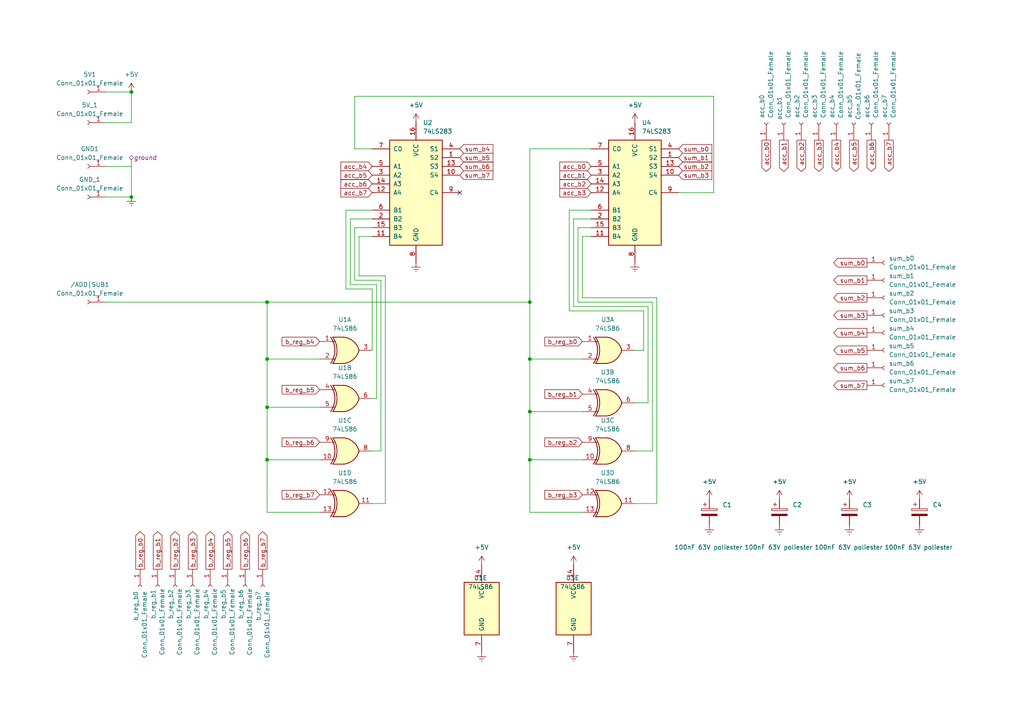
<source format=kicad_sch>
(kicad_sch (version 20230121) (generator eeschema)

  (uuid 051b03e7-6f2f-4bb3-b96b-9b7451c45327)

  (paper "A4")

  (title_block
    (title "ALU 1/3")
    (date "2023-10-28")
    (company "Márcio José Baldo")
  )

  (lib_symbols
    (symbol "74xx:74LS283" (pin_names (offset 1.016)) (in_bom yes) (on_board yes)
      (property "Reference" "U" (at -7.62 16.51 0)
        (effects (font (size 1.27 1.27)))
      )
      (property "Value" "74LS283" (at -7.62 -16.51 0)
        (effects (font (size 1.27 1.27)))
      )
      (property "Footprint" "" (at 0 0 0)
        (effects (font (size 1.27 1.27)) hide)
      )
      (property "Datasheet" "http://www.ti.com/lit/gpn/sn74LS283" (at 0 0 0)
        (effects (font (size 1.27 1.27)) hide)
      )
      (property "ki_locked" "" (at 0 0 0)
        (effects (font (size 1.27 1.27)))
      )
      (property "ki_keywords" "TTL ADD Arith ALU" (at 0 0 0)
        (effects (font (size 1.27 1.27)) hide)
      )
      (property "ki_description" "4-bit full Adder" (at 0 0 0)
        (effects (font (size 1.27 1.27)) hide)
      )
      (property "ki_fp_filters" "DIP?16*" (at 0 0 0)
        (effects (font (size 1.27 1.27)) hide)
      )
      (symbol "74LS283_1_0"
        (pin output line (at 12.7 10.16 180) (length 5.08)
          (name "S2" (effects (font (size 1.27 1.27))))
          (number "1" (effects (font (size 1.27 1.27))))
        )
        (pin output line (at 12.7 5.08 180) (length 5.08)
          (name "S4" (effects (font (size 1.27 1.27))))
          (number "10" (effects (font (size 1.27 1.27))))
        )
        (pin input line (at -12.7 -12.7 0) (length 5.08)
          (name "B4" (effects (font (size 1.27 1.27))))
          (number "11" (effects (font (size 1.27 1.27))))
        )
        (pin input line (at -12.7 0 0) (length 5.08)
          (name "A4" (effects (font (size 1.27 1.27))))
          (number "12" (effects (font (size 1.27 1.27))))
        )
        (pin output line (at 12.7 7.62 180) (length 5.08)
          (name "S3" (effects (font (size 1.27 1.27))))
          (number "13" (effects (font (size 1.27 1.27))))
        )
        (pin input line (at -12.7 2.54 0) (length 5.08)
          (name "A3" (effects (font (size 1.27 1.27))))
          (number "14" (effects (font (size 1.27 1.27))))
        )
        (pin input line (at -12.7 -10.16 0) (length 5.08)
          (name "B3" (effects (font (size 1.27 1.27))))
          (number "15" (effects (font (size 1.27 1.27))))
        )
        (pin power_in line (at 0 20.32 270) (length 5.08)
          (name "VCC" (effects (font (size 1.27 1.27))))
          (number "16" (effects (font (size 1.27 1.27))))
        )
        (pin input line (at -12.7 -7.62 0) (length 5.08)
          (name "B2" (effects (font (size 1.27 1.27))))
          (number "2" (effects (font (size 1.27 1.27))))
        )
        (pin input line (at -12.7 5.08 0) (length 5.08)
          (name "A2" (effects (font (size 1.27 1.27))))
          (number "3" (effects (font (size 1.27 1.27))))
        )
        (pin output line (at 12.7 12.7 180) (length 5.08)
          (name "S1" (effects (font (size 1.27 1.27))))
          (number "4" (effects (font (size 1.27 1.27))))
        )
        (pin input line (at -12.7 7.62 0) (length 5.08)
          (name "A1" (effects (font (size 1.27 1.27))))
          (number "5" (effects (font (size 1.27 1.27))))
        )
        (pin input line (at -12.7 -5.08 0) (length 5.08)
          (name "B1" (effects (font (size 1.27 1.27))))
          (number "6" (effects (font (size 1.27 1.27))))
        )
        (pin input line (at -12.7 12.7 0) (length 5.08)
          (name "C0" (effects (font (size 1.27 1.27))))
          (number "7" (effects (font (size 1.27 1.27))))
        )
        (pin power_in line (at 0 -20.32 90) (length 5.08)
          (name "GND" (effects (font (size 1.27 1.27))))
          (number "8" (effects (font (size 1.27 1.27))))
        )
        (pin output line (at 12.7 0 180) (length 5.08)
          (name "C4" (effects (font (size 1.27 1.27))))
          (number "9" (effects (font (size 1.27 1.27))))
        )
      )
      (symbol "74LS283_1_1"
        (rectangle (start -7.62 15.24) (end 7.62 -15.24)
          (stroke (width 0.254) (type default))
          (fill (type background))
        )
      )
    )
    (symbol "74xx:74LS86" (pin_names (offset 1.016)) (in_bom yes) (on_board yes)
      (property "Reference" "U" (at 0 1.27 0)
        (effects (font (size 1.27 1.27)))
      )
      (property "Value" "74LS86" (at 0 -1.27 0)
        (effects (font (size 1.27 1.27)))
      )
      (property "Footprint" "" (at 0 0 0)
        (effects (font (size 1.27 1.27)) hide)
      )
      (property "Datasheet" "74xx/74ls86.pdf" (at 0 0 0)
        (effects (font (size 1.27 1.27)) hide)
      )
      (property "ki_locked" "" (at 0 0 0)
        (effects (font (size 1.27 1.27)))
      )
      (property "ki_keywords" "TTL XOR2" (at 0 0 0)
        (effects (font (size 1.27 1.27)) hide)
      )
      (property "ki_description" "Quad 2-input XOR" (at 0 0 0)
        (effects (font (size 1.27 1.27)) hide)
      )
      (property "ki_fp_filters" "DIP*W7.62mm*" (at 0 0 0)
        (effects (font (size 1.27 1.27)) hide)
      )
      (symbol "74LS86_1_0"
        (arc (start -4.4196 -3.81) (mid -3.2033 0) (end -4.4196 3.81)
          (stroke (width 0.254) (type default))
          (fill (type none))
        )
        (arc (start -3.81 -3.81) (mid -2.589 0) (end -3.81 3.81)
          (stroke (width 0.254) (type default))
          (fill (type none))
        )
        (arc (start -0.6096 -3.81) (mid 2.1842 -2.5851) (end 3.81 0)
          (stroke (width 0.254) (type default))
          (fill (type background))
        )
        (polyline
          (pts
            (xy -3.81 -3.81)
            (xy -0.635 -3.81)
          )
          (stroke (width 0.254) (type default))
          (fill (type background))
        )
        (polyline
          (pts
            (xy -3.81 3.81)
            (xy -0.635 3.81)
          )
          (stroke (width 0.254) (type default))
          (fill (type background))
        )
        (polyline
          (pts
            (xy -0.635 3.81)
            (xy -3.81 3.81)
            (xy -3.81 3.81)
            (xy -3.556 3.4036)
            (xy -3.0226 2.2606)
            (xy -2.6924 1.0414)
            (xy -2.6162 -0.254)
            (xy -2.7686 -1.4986)
            (xy -3.175 -2.7178)
            (xy -3.81 -3.81)
            (xy -3.81 -3.81)
            (xy -0.635 -3.81)
          )
          (stroke (width -25.4) (type default))
          (fill (type background))
        )
        (arc (start 3.81 0) (mid 2.1915 2.5936) (end -0.6096 3.81)
          (stroke (width 0.254) (type default))
          (fill (type background))
        )
        (pin input line (at -7.62 2.54 0) (length 4.445)
          (name "~" (effects (font (size 1.27 1.27))))
          (number "1" (effects (font (size 1.27 1.27))))
        )
        (pin input line (at -7.62 -2.54 0) (length 4.445)
          (name "~" (effects (font (size 1.27 1.27))))
          (number "2" (effects (font (size 1.27 1.27))))
        )
        (pin output line (at 7.62 0 180) (length 3.81)
          (name "~" (effects (font (size 1.27 1.27))))
          (number "3" (effects (font (size 1.27 1.27))))
        )
      )
      (symbol "74LS86_1_1"
        (polyline
          (pts
            (xy -3.81 -2.54)
            (xy -3.175 -2.54)
          )
          (stroke (width 0.1524) (type default))
          (fill (type none))
        )
        (polyline
          (pts
            (xy -3.81 2.54)
            (xy -3.175 2.54)
          )
          (stroke (width 0.1524) (type default))
          (fill (type none))
        )
      )
      (symbol "74LS86_2_0"
        (arc (start -4.4196 -3.81) (mid -3.2033 0) (end -4.4196 3.81)
          (stroke (width 0.254) (type default))
          (fill (type none))
        )
        (arc (start -3.81 -3.81) (mid -2.589 0) (end -3.81 3.81)
          (stroke (width 0.254) (type default))
          (fill (type none))
        )
        (arc (start -0.6096 -3.81) (mid 2.1842 -2.5851) (end 3.81 0)
          (stroke (width 0.254) (type default))
          (fill (type background))
        )
        (polyline
          (pts
            (xy -3.81 -3.81)
            (xy -0.635 -3.81)
          )
          (stroke (width 0.254) (type default))
          (fill (type background))
        )
        (polyline
          (pts
            (xy -3.81 3.81)
            (xy -0.635 3.81)
          )
          (stroke (width 0.254) (type default))
          (fill (type background))
        )
        (polyline
          (pts
            (xy -0.635 3.81)
            (xy -3.81 3.81)
            (xy -3.81 3.81)
            (xy -3.556 3.4036)
            (xy -3.0226 2.2606)
            (xy -2.6924 1.0414)
            (xy -2.6162 -0.254)
            (xy -2.7686 -1.4986)
            (xy -3.175 -2.7178)
            (xy -3.81 -3.81)
            (xy -3.81 -3.81)
            (xy -0.635 -3.81)
          )
          (stroke (width -25.4) (type default))
          (fill (type background))
        )
        (arc (start 3.81 0) (mid 2.1915 2.5936) (end -0.6096 3.81)
          (stroke (width 0.254) (type default))
          (fill (type background))
        )
        (pin input line (at -7.62 2.54 0) (length 4.445)
          (name "~" (effects (font (size 1.27 1.27))))
          (number "4" (effects (font (size 1.27 1.27))))
        )
        (pin input line (at -7.62 -2.54 0) (length 4.445)
          (name "~" (effects (font (size 1.27 1.27))))
          (number "5" (effects (font (size 1.27 1.27))))
        )
        (pin output line (at 7.62 0 180) (length 3.81)
          (name "~" (effects (font (size 1.27 1.27))))
          (number "6" (effects (font (size 1.27 1.27))))
        )
      )
      (symbol "74LS86_2_1"
        (polyline
          (pts
            (xy -3.81 -2.54)
            (xy -3.175 -2.54)
          )
          (stroke (width 0.1524) (type default))
          (fill (type none))
        )
        (polyline
          (pts
            (xy -3.81 2.54)
            (xy -3.175 2.54)
          )
          (stroke (width 0.1524) (type default))
          (fill (type none))
        )
      )
      (symbol "74LS86_3_0"
        (arc (start -4.4196 -3.81) (mid -3.2033 0) (end -4.4196 3.81)
          (stroke (width 0.254) (type default))
          (fill (type none))
        )
        (arc (start -3.81 -3.81) (mid -2.589 0) (end -3.81 3.81)
          (stroke (width 0.254) (type default))
          (fill (type none))
        )
        (arc (start -0.6096 -3.81) (mid 2.1842 -2.5851) (end 3.81 0)
          (stroke (width 0.254) (type default))
          (fill (type background))
        )
        (polyline
          (pts
            (xy -3.81 -3.81)
            (xy -0.635 -3.81)
          )
          (stroke (width 0.254) (type default))
          (fill (type background))
        )
        (polyline
          (pts
            (xy -3.81 3.81)
            (xy -0.635 3.81)
          )
          (stroke (width 0.254) (type default))
          (fill (type background))
        )
        (polyline
          (pts
            (xy -0.635 3.81)
            (xy -3.81 3.81)
            (xy -3.81 3.81)
            (xy -3.556 3.4036)
            (xy -3.0226 2.2606)
            (xy -2.6924 1.0414)
            (xy -2.6162 -0.254)
            (xy -2.7686 -1.4986)
            (xy -3.175 -2.7178)
            (xy -3.81 -3.81)
            (xy -3.81 -3.81)
            (xy -0.635 -3.81)
          )
          (stroke (width -25.4) (type default))
          (fill (type background))
        )
        (arc (start 3.81 0) (mid 2.1915 2.5936) (end -0.6096 3.81)
          (stroke (width 0.254) (type default))
          (fill (type background))
        )
        (pin input line (at -7.62 -2.54 0) (length 4.445)
          (name "~" (effects (font (size 1.27 1.27))))
          (number "10" (effects (font (size 1.27 1.27))))
        )
        (pin output line (at 7.62 0 180) (length 3.81)
          (name "~" (effects (font (size 1.27 1.27))))
          (number "8" (effects (font (size 1.27 1.27))))
        )
        (pin input line (at -7.62 2.54 0) (length 4.445)
          (name "~" (effects (font (size 1.27 1.27))))
          (number "9" (effects (font (size 1.27 1.27))))
        )
      )
      (symbol "74LS86_3_1"
        (polyline
          (pts
            (xy -3.81 -2.54)
            (xy -3.175 -2.54)
          )
          (stroke (width 0.1524) (type default))
          (fill (type none))
        )
        (polyline
          (pts
            (xy -3.81 2.54)
            (xy -3.175 2.54)
          )
          (stroke (width 0.1524) (type default))
          (fill (type none))
        )
      )
      (symbol "74LS86_4_0"
        (arc (start -4.4196 -3.81) (mid -3.2033 0) (end -4.4196 3.81)
          (stroke (width 0.254) (type default))
          (fill (type none))
        )
        (arc (start -3.81 -3.81) (mid -2.589 0) (end -3.81 3.81)
          (stroke (width 0.254) (type default))
          (fill (type none))
        )
        (arc (start -0.6096 -3.81) (mid 2.1842 -2.5851) (end 3.81 0)
          (stroke (width 0.254) (type default))
          (fill (type background))
        )
        (polyline
          (pts
            (xy -3.81 -3.81)
            (xy -0.635 -3.81)
          )
          (stroke (width 0.254) (type default))
          (fill (type background))
        )
        (polyline
          (pts
            (xy -3.81 3.81)
            (xy -0.635 3.81)
          )
          (stroke (width 0.254) (type default))
          (fill (type background))
        )
        (polyline
          (pts
            (xy -0.635 3.81)
            (xy -3.81 3.81)
            (xy -3.81 3.81)
            (xy -3.556 3.4036)
            (xy -3.0226 2.2606)
            (xy -2.6924 1.0414)
            (xy -2.6162 -0.254)
            (xy -2.7686 -1.4986)
            (xy -3.175 -2.7178)
            (xy -3.81 -3.81)
            (xy -3.81 -3.81)
            (xy -0.635 -3.81)
          )
          (stroke (width -25.4) (type default))
          (fill (type background))
        )
        (arc (start 3.81 0) (mid 2.1915 2.5936) (end -0.6096 3.81)
          (stroke (width 0.254) (type default))
          (fill (type background))
        )
        (pin output line (at 7.62 0 180) (length 3.81)
          (name "~" (effects (font (size 1.27 1.27))))
          (number "11" (effects (font (size 1.27 1.27))))
        )
        (pin input line (at -7.62 2.54 0) (length 4.445)
          (name "~" (effects (font (size 1.27 1.27))))
          (number "12" (effects (font (size 1.27 1.27))))
        )
        (pin input line (at -7.62 -2.54 0) (length 4.445)
          (name "~" (effects (font (size 1.27 1.27))))
          (number "13" (effects (font (size 1.27 1.27))))
        )
      )
      (symbol "74LS86_4_1"
        (polyline
          (pts
            (xy -3.81 -2.54)
            (xy -3.175 -2.54)
          )
          (stroke (width 0.1524) (type default))
          (fill (type none))
        )
        (polyline
          (pts
            (xy -3.81 2.54)
            (xy -3.175 2.54)
          )
          (stroke (width 0.1524) (type default))
          (fill (type none))
        )
      )
      (symbol "74LS86_5_0"
        (pin power_in line (at 0 12.7 270) (length 5.08)
          (name "VCC" (effects (font (size 1.27 1.27))))
          (number "14" (effects (font (size 1.27 1.27))))
        )
        (pin power_in line (at 0 -12.7 90) (length 5.08)
          (name "GND" (effects (font (size 1.27 1.27))))
          (number "7" (effects (font (size 1.27 1.27))))
        )
      )
      (symbol "74LS86_5_1"
        (rectangle (start -5.08 7.62) (end 5.08 -7.62)
          (stroke (width 0.254) (type default))
          (fill (type background))
        )
      )
    )
    (symbol "Connector:Conn_01x01_Female" (pin_names (offset 1.016) hide) (in_bom yes) (on_board yes)
      (property "Reference" "J" (at 0 2.54 0)
        (effects (font (size 1.27 1.27)))
      )
      (property "Value" "Conn_01x01_Female" (at 0 -2.54 0)
        (effects (font (size 1.27 1.27)))
      )
      (property "Footprint" "" (at 0 0 0)
        (effects (font (size 1.27 1.27)) hide)
      )
      (property "Datasheet" "~" (at 0 0 0)
        (effects (font (size 1.27 1.27)) hide)
      )
      (property "ki_keywords" "connector" (at 0 0 0)
        (effects (font (size 1.27 1.27)) hide)
      )
      (property "ki_description" "Generic connector, single row, 01x01, script generated (kicad-library-utils/schlib/autogen/connector/)" (at 0 0 0)
        (effects (font (size 1.27 1.27)) hide)
      )
      (property "ki_fp_filters" "Connector*:*" (at 0 0 0)
        (effects (font (size 1.27 1.27)) hide)
      )
      (symbol "Conn_01x01_Female_1_1"
        (polyline
          (pts
            (xy -1.27 0)
            (xy -0.508 0)
          )
          (stroke (width 0.1524) (type default))
          (fill (type none))
        )
        (arc (start 0 0.508) (mid -0.5058 0) (end 0 -0.508)
          (stroke (width 0.1524) (type default))
          (fill (type none))
        )
        (pin passive line (at -5.08 0 0) (length 3.81)
          (name "Pin_1" (effects (font (size 1.27 1.27))))
          (number "1" (effects (font (size 1.27 1.27))))
        )
      )
    )
    (symbol "Device:C_Polarized" (pin_numbers hide) (pin_names (offset 0.254)) (in_bom yes) (on_board yes)
      (property "Reference" "C" (at 0.635 2.54 0)
        (effects (font (size 1.27 1.27)) (justify left))
      )
      (property "Value" "C_Polarized" (at 0.635 -2.54 0)
        (effects (font (size 1.27 1.27)) (justify left))
      )
      (property "Footprint" "" (at 0.9652 -3.81 0)
        (effects (font (size 1.27 1.27)) hide)
      )
      (property "Datasheet" "~" (at 0 0 0)
        (effects (font (size 1.27 1.27)) hide)
      )
      (property "ki_keywords" "cap capacitor" (at 0 0 0)
        (effects (font (size 1.27 1.27)) hide)
      )
      (property "ki_description" "Polarized capacitor" (at 0 0 0)
        (effects (font (size 1.27 1.27)) hide)
      )
      (property "ki_fp_filters" "CP_*" (at 0 0 0)
        (effects (font (size 1.27 1.27)) hide)
      )
      (symbol "C_Polarized_0_1"
        (rectangle (start -2.286 0.508) (end 2.286 1.016)
          (stroke (width 0) (type default))
          (fill (type none))
        )
        (polyline
          (pts
            (xy -1.778 2.286)
            (xy -0.762 2.286)
          )
          (stroke (width 0) (type default))
          (fill (type none))
        )
        (polyline
          (pts
            (xy -1.27 2.794)
            (xy -1.27 1.778)
          )
          (stroke (width 0) (type default))
          (fill (type none))
        )
        (rectangle (start 2.286 -0.508) (end -2.286 -1.016)
          (stroke (width 0) (type default))
          (fill (type outline))
        )
      )
      (symbol "C_Polarized_1_1"
        (pin passive line (at 0 3.81 270) (length 2.794)
          (name "~" (effects (font (size 1.27 1.27))))
          (number "1" (effects (font (size 1.27 1.27))))
        )
        (pin passive line (at 0 -3.81 90) (length 2.794)
          (name "~" (effects (font (size 1.27 1.27))))
          (number "2" (effects (font (size 1.27 1.27))))
        )
      )
    )
    (symbol "power:+5V" (power) (pin_names (offset 0)) (in_bom yes) (on_board yes)
      (property "Reference" "#PWR" (at 0 -3.81 0)
        (effects (font (size 1.27 1.27)) hide)
      )
      (property "Value" "+5V" (at 0 3.556 0)
        (effects (font (size 1.27 1.27)))
      )
      (property "Footprint" "" (at 0 0 0)
        (effects (font (size 1.27 1.27)) hide)
      )
      (property "Datasheet" "" (at 0 0 0)
        (effects (font (size 1.27 1.27)) hide)
      )
      (property "ki_keywords" "power-flag" (at 0 0 0)
        (effects (font (size 1.27 1.27)) hide)
      )
      (property "ki_description" "Power symbol creates a global label with name \"+5V\"" (at 0 0 0)
        (effects (font (size 1.27 1.27)) hide)
      )
      (symbol "+5V_0_1"
        (polyline
          (pts
            (xy -0.762 1.27)
            (xy 0 2.54)
          )
          (stroke (width 0) (type default))
          (fill (type none))
        )
        (polyline
          (pts
            (xy 0 0)
            (xy 0 2.54)
          )
          (stroke (width 0) (type default))
          (fill (type none))
        )
        (polyline
          (pts
            (xy 0 2.54)
            (xy 0.762 1.27)
          )
          (stroke (width 0) (type default))
          (fill (type none))
        )
      )
      (symbol "+5V_1_1"
        (pin power_in line (at 0 0 90) (length 0) hide
          (name "+5V" (effects (font (size 1.27 1.27))))
          (number "1" (effects (font (size 1.27 1.27))))
        )
      )
    )
    (symbol "power:Earth" (power) (pin_names (offset 0)) (in_bom yes) (on_board yes)
      (property "Reference" "#PWR" (at 0 -6.35 0)
        (effects (font (size 1.27 1.27)) hide)
      )
      (property "Value" "Earth" (at 0 -3.81 0)
        (effects (font (size 1.27 1.27)) hide)
      )
      (property "Footprint" "" (at 0 0 0)
        (effects (font (size 1.27 1.27)) hide)
      )
      (property "Datasheet" "~" (at 0 0 0)
        (effects (font (size 1.27 1.27)) hide)
      )
      (property "ki_keywords" "power-flag ground gnd" (at 0 0 0)
        (effects (font (size 1.27 1.27)) hide)
      )
      (property "ki_description" "Power symbol creates a global label with name \"Earth\"" (at 0 0 0)
        (effects (font (size 1.27 1.27)) hide)
      )
      (symbol "Earth_0_1"
        (polyline
          (pts
            (xy -0.635 -1.905)
            (xy 0.635 -1.905)
          )
          (stroke (width 0) (type default))
          (fill (type none))
        )
        (polyline
          (pts
            (xy -0.127 -2.54)
            (xy 0.127 -2.54)
          )
          (stroke (width 0) (type default))
          (fill (type none))
        )
        (polyline
          (pts
            (xy 0 -1.27)
            (xy 0 0)
          )
          (stroke (width 0) (type default))
          (fill (type none))
        )
        (polyline
          (pts
            (xy 1.27 -1.27)
            (xy -1.27 -1.27)
          )
          (stroke (width 0) (type default))
          (fill (type none))
        )
      )
      (symbol "Earth_1_1"
        (pin power_in line (at 0 0 270) (length 0) hide
          (name "Earth" (effects (font (size 1.27 1.27))))
          (number "1" (effects (font (size 1.27 1.27))))
        )
      )
    )
  )

  (junction (at 153.67 87.63) (diameter 0) (color 0 0 0 0)
    (uuid 181cf1f6-ba2d-4a1a-81ac-862ab22be540)
  )
  (junction (at 77.47 87.63) (diameter 0) (color 0 0 0 0)
    (uuid 1f173216-8228-4902-9a6d-f582468d3afc)
  )
  (junction (at 38.1 57.15) (diameter 0) (color 0 0 0 0)
    (uuid 445c73ed-a250-4f58-8d07-c9848e2912d7)
  )
  (junction (at 153.67 119.38) (diameter 0) (color 0 0 0 0)
    (uuid 463de217-29f0-4014-9ff9-ec7b95540b55)
  )
  (junction (at 153.67 104.14) (diameter 0) (color 0 0 0 0)
    (uuid 6a9bb64b-0844-40cc-8e7c-246e40a5b1c3)
  )
  (junction (at 38.1 26.67) (diameter 0) (color 0 0 0 0)
    (uuid 7175834f-77d0-4024-b3f1-cac0e40b9264)
  )
  (junction (at 77.47 118.11) (diameter 0) (color 0 0 0 0)
    (uuid 7f004c34-528f-4cac-a0fc-423493341fce)
  )
  (junction (at 77.47 104.14) (diameter 0) (color 0 0 0 0)
    (uuid 85136af0-13a0-4b13-8ce3-d58d9daf0330)
  )
  (junction (at 77.47 133.35) (diameter 0) (color 0 0 0 0)
    (uuid b172e02c-2339-4ccd-84aa-f5a31c4d7f7b)
  )
  (junction (at 153.67 133.35) (diameter 0) (color 0 0 0 0)
    (uuid ccb10a5a-9b34-4e96-a249-861fbafd7ecd)
  )

  (no_connect (at 133.35 55.88) (uuid 138af421-9d79-4596-90f0-efb60fcaf3ad))

  (wire (pts (xy 77.47 133.35) (xy 92.71 133.35))
    (stroke (width 0) (type default))
    (uuid 0117241d-e7f2-4b5d-9ef4-0bcafba9be4d)
  )
  (wire (pts (xy 110.49 130.81) (xy 110.49 81.28))
    (stroke (width 0) (type default))
    (uuid 0378c839-9260-464c-bbe8-782e05329172)
  )
  (wire (pts (xy 207.01 55.88) (xy 196.85 55.88))
    (stroke (width 0) (type default))
    (uuid 058ecdff-ad59-4af7-af56-133a727a1a1b)
  )
  (wire (pts (xy 104.14 68.58) (xy 107.95 68.58))
    (stroke (width 0) (type default))
    (uuid 06368b56-8aa7-4000-b083-7e978500086c)
  )
  (wire (pts (xy 100.33 83.82) (xy 100.33 60.96))
    (stroke (width 0) (type default))
    (uuid 0672feda-a265-48a1-8757-207921aaa513)
  )
  (wire (pts (xy 153.67 119.38) (xy 168.91 119.38))
    (stroke (width 0) (type default))
    (uuid 068c1cce-46d2-441d-9bef-3608b5dcd93e)
  )
  (wire (pts (xy 107.95 101.6) (xy 107.95 83.82))
    (stroke (width 0) (type default))
    (uuid 085dd6ec-d4fe-4afb-93dd-b212d24f59d5)
  )
  (wire (pts (xy 184.15 146.05) (xy 190.5 146.05))
    (stroke (width 0) (type default))
    (uuid 21f7664c-c301-4e39-aa22-49d2acf1ce2f)
  )
  (wire (pts (xy 184.15 116.84) (xy 187.96 116.84))
    (stroke (width 0) (type default))
    (uuid 24adfc77-e05f-41a2-94cb-86c1b9b2ba8c)
  )
  (wire (pts (xy 153.67 148.59) (xy 168.91 148.59))
    (stroke (width 0) (type default))
    (uuid 2a45d2f4-3626-4814-adc6-78a6439c3ee8)
  )
  (wire (pts (xy 165.1 90.17) (xy 165.1 60.96))
    (stroke (width 0) (type default))
    (uuid 2a7fe7a6-e5fb-4265-b4df-a0a8b554445e)
  )
  (wire (pts (xy 38.1 35.56) (xy 38.1 26.67))
    (stroke (width 0) (type default))
    (uuid 2c20a184-21f6-4c63-b65b-993966c702ff)
  )
  (wire (pts (xy 77.47 118.11) (xy 92.71 118.11))
    (stroke (width 0) (type default))
    (uuid 2db3577d-1dde-4c42-b366-be4e12bf2b5b)
  )
  (wire (pts (xy 77.47 133.35) (xy 77.47 148.59))
    (stroke (width 0) (type default))
    (uuid 2f49e7e2-1f5a-47e7-bf87-26ed697b9c69)
  )
  (wire (pts (xy 102.87 81.28) (xy 102.87 66.04))
    (stroke (width 0) (type default))
    (uuid 35512849-2a44-403e-a0ea-ce1179d427a1)
  )
  (wire (pts (xy 77.47 118.11) (xy 77.47 133.35))
    (stroke (width 0) (type default))
    (uuid 39bd989e-2568-47d2-bc5e-39e6069250ae)
  )
  (wire (pts (xy 186.69 90.17) (xy 165.1 90.17))
    (stroke (width 0) (type default))
    (uuid 3e475e7f-5b79-4bd5-bb88-302826402977)
  )
  (wire (pts (xy 189.23 130.81) (xy 189.23 87.63))
    (stroke (width 0) (type default))
    (uuid 4408337c-d9f3-43e9-8870-dee9c54f7432)
  )
  (wire (pts (xy 165.1 60.96) (xy 171.45 60.96))
    (stroke (width 0) (type default))
    (uuid 4e2cabd5-14aa-4379-afd5-281344d75e29)
  )
  (wire (pts (xy 109.22 82.55) (xy 101.6 82.55))
    (stroke (width 0) (type default))
    (uuid 50dd3e4f-4251-4c3f-8d94-c203c2d56569)
  )
  (wire (pts (xy 107.95 146.05) (xy 111.76 146.05))
    (stroke (width 0) (type default))
    (uuid 51ed6c7d-c8b9-4a64-9815-343cd0763b82)
  )
  (wire (pts (xy 167.64 87.63) (xy 167.64 66.04))
    (stroke (width 0) (type default))
    (uuid 529d6c04-5a11-40a0-9db1-4f5fa9f096a1)
  )
  (wire (pts (xy 111.76 146.05) (xy 111.76 80.01))
    (stroke (width 0) (type default))
    (uuid 5b1c4c08-e5ec-439b-b991-1f096b58a44d)
  )
  (wire (pts (xy 107.95 130.81) (xy 110.49 130.81))
    (stroke (width 0) (type default))
    (uuid 5bc1ba4b-d840-4e65-be09-44e5cc60aa2a)
  )
  (wire (pts (xy 77.47 87.63) (xy 153.67 87.63))
    (stroke (width 0) (type default))
    (uuid 5ddaca60-3519-4b26-9ae9-efe328e7bf6c)
  )
  (wire (pts (xy 207.01 27.94) (xy 207.01 55.88))
    (stroke (width 0) (type default))
    (uuid 6137b433-f47b-469d-ab44-595621c9fed1)
  )
  (wire (pts (xy 104.14 80.01) (xy 104.14 68.58))
    (stroke (width 0) (type default))
    (uuid 652acd59-a6ff-4141-8a29-ffb7961f65e0)
  )
  (wire (pts (xy 102.87 27.94) (xy 207.01 27.94))
    (stroke (width 0) (type default))
    (uuid 682a2dd3-a910-413a-aed3-a3a7437383ad)
  )
  (wire (pts (xy 102.87 43.18) (xy 102.87 27.94))
    (stroke (width 0) (type default))
    (uuid 6b72e35c-162f-4a00-bc38-4e6aceadfea2)
  )
  (wire (pts (xy 184.15 130.81) (xy 189.23 130.81))
    (stroke (width 0) (type default))
    (uuid 6bef93b8-8a42-406c-ae61-0ef8ec0672ab)
  )
  (wire (pts (xy 110.49 81.28) (xy 102.87 81.28))
    (stroke (width 0) (type default))
    (uuid 6cc8098b-3f53-42ee-b8de-488cdceefe7f)
  )
  (wire (pts (xy 30.48 48.26) (xy 38.1 48.26))
    (stroke (width 0) (type default))
    (uuid 7dbd288b-d837-476e-aef0-913a285f196f)
  )
  (wire (pts (xy 153.67 133.35) (xy 153.67 119.38))
    (stroke (width 0) (type default))
    (uuid 7f81f8f1-cc44-456d-b7f8-6fb444840a21)
  )
  (wire (pts (xy 190.5 86.36) (xy 168.91 86.36))
    (stroke (width 0) (type default))
    (uuid 8343ed47-d4c3-4084-8318-6825b46aeda3)
  )
  (wire (pts (xy 102.87 66.04) (xy 107.95 66.04))
    (stroke (width 0) (type default))
    (uuid 869fb4b0-f5d8-4053-aed3-1bfb3aa699a8)
  )
  (wire (pts (xy 30.48 35.56) (xy 38.1 35.56))
    (stroke (width 0) (type default))
    (uuid 892616d3-81ff-4789-9815-ccb60e4d64af)
  )
  (wire (pts (xy 153.67 104.14) (xy 153.67 87.63))
    (stroke (width 0) (type default))
    (uuid 8c0ac1ec-0727-441d-a5cc-56506a0ca830)
  )
  (wire (pts (xy 153.67 119.38) (xy 153.67 104.14))
    (stroke (width 0) (type default))
    (uuid 8c1cb045-d21e-477b-85b4-0ecd1f96477b)
  )
  (wire (pts (xy 184.15 101.6) (xy 186.69 101.6))
    (stroke (width 0) (type default))
    (uuid 8ea44506-ea93-4af7-9e9f-615db5289427)
  )
  (wire (pts (xy 77.47 148.59) (xy 92.71 148.59))
    (stroke (width 0) (type default))
    (uuid 92b353e8-0b3d-4216-beba-dd0001a22eaa)
  )
  (wire (pts (xy 30.48 57.15) (xy 38.1 57.15))
    (stroke (width 0) (type default))
    (uuid 96547fe8-bd72-4bd9-8e01-9583687ad257)
  )
  (wire (pts (xy 166.37 63.5) (xy 171.45 63.5))
    (stroke (width 0) (type default))
    (uuid 9a131ce9-8374-476a-ad91-82b2c73b7aac)
  )
  (wire (pts (xy 187.96 88.9) (xy 166.37 88.9))
    (stroke (width 0) (type default))
    (uuid 9e875de9-07b9-4c70-94d2-fce35dc2960c)
  )
  (wire (pts (xy 107.95 43.18) (xy 102.87 43.18))
    (stroke (width 0) (type default))
    (uuid 9fd627fd-d686-4918-800d-95f6d089c6ac)
  )
  (wire (pts (xy 153.67 133.35) (xy 168.91 133.35))
    (stroke (width 0) (type default))
    (uuid a3827086-6983-42ee-bad6-55a5a00b10a2)
  )
  (wire (pts (xy 101.6 82.55) (xy 101.6 63.5))
    (stroke (width 0) (type default))
    (uuid a5ba191d-693b-4c14-a2cd-bf138050af26)
  )
  (wire (pts (xy 168.91 86.36) (xy 168.91 68.58))
    (stroke (width 0) (type default))
    (uuid a68ba1b7-a09c-484d-a223-7bb3917d1089)
  )
  (wire (pts (xy 111.76 80.01) (xy 104.14 80.01))
    (stroke (width 0) (type default))
    (uuid adb485be-17a0-4c3b-bc12-9c1fff80c3fa)
  )
  (wire (pts (xy 168.91 68.58) (xy 171.45 68.58))
    (stroke (width 0) (type default))
    (uuid b3616d1b-43dd-4665-806c-d32423151134)
  )
  (wire (pts (xy 77.47 104.14) (xy 77.47 118.11))
    (stroke (width 0) (type default))
    (uuid b4689728-04b9-4d8f-9cf2-609de1a28217)
  )
  (wire (pts (xy 30.48 26.67) (xy 38.1 26.67))
    (stroke (width 0) (type default))
    (uuid b707680d-7cb5-461a-9f92-8f7c6cf3524f)
  )
  (wire (pts (xy 153.67 87.63) (xy 153.67 43.18))
    (stroke (width 0) (type default))
    (uuid b72af86a-cb5f-42dc-a302-de15cff20532)
  )
  (wire (pts (xy 109.22 115.57) (xy 109.22 82.55))
    (stroke (width 0) (type default))
    (uuid bc9fcae7-b33b-4396-97c4-2b7c2d3023e2)
  )
  (wire (pts (xy 107.95 115.57) (xy 109.22 115.57))
    (stroke (width 0) (type default))
    (uuid c0a81fcb-a9dc-4d9d-b3b8-788e71475f4d)
  )
  (wire (pts (xy 38.1 48.26) (xy 38.1 57.15))
    (stroke (width 0) (type default))
    (uuid c36af8a1-05e3-4be6-aea7-32bb5ec02539)
  )
  (wire (pts (xy 92.71 104.14) (xy 77.47 104.14))
    (stroke (width 0) (type default))
    (uuid c3ebcda5-3903-48eb-835d-4069516935cf)
  )
  (wire (pts (xy 153.67 148.59) (xy 153.67 133.35))
    (stroke (width 0) (type default))
    (uuid c5eed68d-cf8e-441e-ad50-acb075cacd8e)
  )
  (wire (pts (xy 190.5 146.05) (xy 190.5 86.36))
    (stroke (width 0) (type default))
    (uuid c72e432c-d7c3-46bc-8d3d-5f5aabb900bc)
  )
  (wire (pts (xy 153.67 104.14) (xy 168.91 104.14))
    (stroke (width 0) (type default))
    (uuid d4285111-5172-448a-97d7-66a6d4f4cff7)
  )
  (wire (pts (xy 186.69 101.6) (xy 186.69 90.17))
    (stroke (width 0) (type default))
    (uuid dde298cd-12db-430e-a445-bbce3842393f)
  )
  (wire (pts (xy 30.48 87.63) (xy 77.47 87.63))
    (stroke (width 0) (type default))
    (uuid e2ee28b8-719b-4ba3-ae7f-09d13fc54d85)
  )
  (wire (pts (xy 189.23 87.63) (xy 167.64 87.63))
    (stroke (width 0) (type default))
    (uuid e4282476-6cc0-4712-a6ab-a791bdafec2e)
  )
  (wire (pts (xy 166.37 88.9) (xy 166.37 63.5))
    (stroke (width 0) (type default))
    (uuid e4483339-ccfb-47f1-aafb-dae257934e68)
  )
  (wire (pts (xy 187.96 116.84) (xy 187.96 88.9))
    (stroke (width 0) (type default))
    (uuid e7d2a916-f6e0-4c34-8c5a-940f0624705a)
  )
  (wire (pts (xy 101.6 63.5) (xy 107.95 63.5))
    (stroke (width 0) (type default))
    (uuid e99e7952-324a-4d09-a065-12baebe5c71e)
  )
  (wire (pts (xy 153.67 43.18) (xy 171.45 43.18))
    (stroke (width 0) (type default))
    (uuid ec001622-ccf1-474e-bb9b-0bd8bb5d1633)
  )
  (wire (pts (xy 167.64 66.04) (xy 171.45 66.04))
    (stroke (width 0) (type default))
    (uuid ecdfa249-2bfb-44d3-8d5d-93f628f360df)
  )
  (wire (pts (xy 107.95 83.82) (xy 100.33 83.82))
    (stroke (width 0) (type default))
    (uuid f0aad12d-5e43-4226-90bd-90580ab8bd35)
  )
  (wire (pts (xy 77.47 87.63) (xy 77.47 104.14))
    (stroke (width 0) (type default))
    (uuid f55fcfc0-9844-4f73-9055-8efd241fcf6f)
  )
  (wire (pts (xy 100.33 60.96) (xy 107.95 60.96))
    (stroke (width 0) (type default))
    (uuid fe5acafc-3d32-43d2-8fbc-da2662a615da)
  )

  (global_label "acc_b0" (shape output) (at 222.25 40.64 270) (fields_autoplaced)
    (effects (font (size 1.27 1.27)) (justify right))
    (uuid 018ed7c7-f2aa-4c9a-a8b7-1ad323eaefbf)
    (property "Intersheetrefs" "${INTERSHEET_REFS}" (at 222.25 50.2775 90)
      (effects (font (size 1.27 1.27)) (justify right) hide)
    )
  )
  (global_label "b_reg_b6" (shape input) (at 92.71 128.27 180) (fields_autoplaced)
    (effects (font (size 1.27 1.27)) (justify right))
    (uuid 04862278-1f45-4824-93cd-014040a54541)
    (property "Intersheetrefs" "${INTERSHEET_REFS}" (at 81.2583 128.27 0)
      (effects (font (size 1.27 1.27)) (justify right) hide)
    )
  )
  (global_label "acc_b3" (shape input) (at 171.45 55.88 180) (fields_autoplaced)
    (effects (font (size 1.27 1.27)) (justify right))
    (uuid 07293a32-5796-4e60-8efb-969975337c07)
    (property "Intersheetrefs" "${INTERSHEET_REFS}" (at 161.8125 55.88 0)
      (effects (font (size 1.27 1.27)) (justify right) hide)
    )
  )
  (global_label "sum_b4" (shape input) (at 133.35 43.18 0) (fields_autoplaced)
    (effects (font (size 1.27 1.27)) (justify left))
    (uuid 0bc4ffea-a3a8-42f3-b793-ae209a1bb605)
    (property "Intersheetrefs" "${INTERSHEET_REFS}" (at 142.9598 43.1006 0)
      (effects (font (size 1.27 1.27)) (justify left) hide)
    )
  )
  (global_label "b_reg_b0" (shape input) (at 168.91 99.06 180) (fields_autoplaced)
    (effects (font (size 1.27 1.27)) (justify right))
    (uuid 13c5a7d3-623a-42e4-bd36-d558642a69aa)
    (property "Intersheetrefs" "${INTERSHEET_REFS}" (at 157.4583 99.06 0)
      (effects (font (size 1.27 1.27)) (justify right) hide)
    )
  )
  (global_label "sum_b0" (shape input) (at 196.85 43.18 0) (fields_autoplaced)
    (effects (font (size 1.27 1.27)) (justify left))
    (uuid 1eba5e7e-6a95-4250-aef7-c2cf37b93583)
    (property "Intersheetrefs" "${INTERSHEET_REFS}" (at 207.0317 43.18 0)
      (effects (font (size 1.27 1.27)) (justify left) hide)
    )
  )
  (global_label "acc_b1" (shape input) (at 171.45 50.8 180) (fields_autoplaced)
    (effects (font (size 1.27 1.27)) (justify right))
    (uuid 1fc96b3f-d935-4d22-8016-943c7716ac44)
    (property "Intersheetrefs" "${INTERSHEET_REFS}" (at 161.8125 50.8 0)
      (effects (font (size 1.27 1.27)) (justify right) hide)
    )
  )
  (global_label "b_reg_b4" (shape input) (at 92.71 99.06 180) (fields_autoplaced)
    (effects (font (size 1.27 1.27)) (justify right))
    (uuid 2252b127-645b-4b21-a348-d7fda798c27a)
    (property "Intersheetrefs" "${INTERSHEET_REFS}" (at 81.2583 99.06 0)
      (effects (font (size 1.27 1.27)) (justify right) hide)
    )
  )
  (global_label "b_reg_b2" (shape input) (at 168.91 128.27 180) (fields_autoplaced)
    (effects (font (size 1.27 1.27)) (justify right))
    (uuid 28c6d116-e848-495c-9437-3286f9a4ea73)
    (property "Intersheetrefs" "${INTERSHEET_REFS}" (at 157.4583 128.27 0)
      (effects (font (size 1.27 1.27)) (justify right) hide)
    )
  )
  (global_label "b_reg_b5" (shape output) (at 66.04 165.1 90) (fields_autoplaced)
    (effects (font (size 1.27 1.27)) (justify left))
    (uuid 296fa2e3-b1a0-4b48-956d-ad28a3c60e07)
    (property "Intersheetrefs" "${INTERSHEET_REFS}" (at 66.04 153.6483 90)
      (effects (font (size 1.27 1.27)) (justify left) hide)
    )
  )
  (global_label "acc_b7" (shape input) (at 107.95 55.88 180) (fields_autoplaced)
    (effects (font (size 1.27 1.27)) (justify right))
    (uuid 321660c4-9341-49f4-ac90-a497b516b77a)
    (property "Intersheetrefs" "${INTERSHEET_REFS}" (at 98.3125 55.88 0)
      (effects (font (size 1.27 1.27)) (justify right) hide)
    )
  )
  (global_label "b_reg_b7" (shape output) (at 76.2 165.1 90) (fields_autoplaced)
    (effects (font (size 1.27 1.27)) (justify left))
    (uuid 3293d500-b5e0-426c-9db2-56cd154b8d22)
    (property "Intersheetrefs" "${INTERSHEET_REFS}" (at 76.2 153.6483 90)
      (effects (font (size 1.27 1.27)) (justify left) hide)
    )
  )
  (global_label "acc_b2" (shape output) (at 232.41 40.64 270) (fields_autoplaced)
    (effects (font (size 1.27 1.27)) (justify right))
    (uuid 3c0a2eae-a87e-48e9-91e4-15891602c26b)
    (property "Intersheetrefs" "${INTERSHEET_REFS}" (at 232.41 50.2775 90)
      (effects (font (size 1.27 1.27)) (justify right) hide)
    )
  )
  (global_label "acc_b7" (shape output) (at 257.81 40.64 270) (fields_autoplaced)
    (effects (font (size 1.27 1.27)) (justify right))
    (uuid 3e7f5148-77ac-4810-840a-b84c7ff40133)
    (property "Intersheetrefs" "${INTERSHEET_REFS}" (at 257.81 50.2775 90)
      (effects (font (size 1.27 1.27)) (justify right) hide)
    )
  )
  (global_label "acc_b4" (shape output) (at 242.57 40.64 270) (fields_autoplaced)
    (effects (font (size 1.27 1.27)) (justify right))
    (uuid 4e5ea94f-4816-4466-a347-8bdfa1deb43e)
    (property "Intersheetrefs" "${INTERSHEET_REFS}" (at 242.57 50.2775 90)
      (effects (font (size 1.27 1.27)) (justify right) hide)
    )
  )
  (global_label "acc_b3" (shape output) (at 237.49 40.64 270) (fields_autoplaced)
    (effects (font (size 1.27 1.27)) (justify right))
    (uuid 4f2a714f-fe87-4a67-bf14-965749ffda38)
    (property "Intersheetrefs" "${INTERSHEET_REFS}" (at 237.49 50.2775 90)
      (effects (font (size 1.27 1.27)) (justify right) hide)
    )
  )
  (global_label "acc_b2" (shape input) (at 171.45 53.34 180) (fields_autoplaced)
    (effects (font (size 1.27 1.27)) (justify right))
    (uuid 52421af2-7c63-47ab-ac81-825dd418d291)
    (property "Intersheetrefs" "${INTERSHEET_REFS}" (at 161.8125 53.34 0)
      (effects (font (size 1.27 1.27)) (justify right) hide)
    )
  )
  (global_label "b_reg_b1" (shape input) (at 168.91 114.3 180) (fields_autoplaced)
    (effects (font (size 1.27 1.27)) (justify right))
    (uuid 534ca6aa-ff47-4697-b93f-b9e40239a76a)
    (property "Intersheetrefs" "${INTERSHEET_REFS}" (at 157.4583 114.3 0)
      (effects (font (size 1.27 1.27)) (justify right) hide)
    )
  )
  (global_label "b_reg_b6" (shape output) (at 71.12 165.1 90) (fields_autoplaced)
    (effects (font (size 1.27 1.27)) (justify left))
    (uuid 61725026-9762-4d30-8ad7-bc3da14ff09c)
    (property "Intersheetrefs" "${INTERSHEET_REFS}" (at 71.12 153.6483 90)
      (effects (font (size 1.27 1.27)) (justify left) hide)
    )
  )
  (global_label "b_reg_b4" (shape output) (at 60.96 165.1 90) (fields_autoplaced)
    (effects (font (size 1.27 1.27)) (justify left))
    (uuid 639b4910-3727-4c73-b7c0-0af23cc874b5)
    (property "Intersheetrefs" "${INTERSHEET_REFS}" (at 60.96 153.6483 90)
      (effects (font (size 1.27 1.27)) (justify left) hide)
    )
  )
  (global_label "acc_b1" (shape output) (at 227.33 40.64 270) (fields_autoplaced)
    (effects (font (size 1.27 1.27)) (justify right))
    (uuid 6a460f8c-9908-4475-82b3-c4626f808da3)
    (property "Intersheetrefs" "${INTERSHEET_REFS}" (at 227.33 50.2775 90)
      (effects (font (size 1.27 1.27)) (justify right) hide)
    )
  )
  (global_label "sum_b1" (shape input) (at 196.85 45.72 0) (fields_autoplaced)
    (effects (font (size 1.27 1.27)) (justify left))
    (uuid 79eb575c-0e6e-4454-a17b-b5d83df254a5)
    (property "Intersheetrefs" "${INTERSHEET_REFS}" (at 207.0317 45.72 0)
      (effects (font (size 1.27 1.27)) (justify left) hide)
    )
  )
  (global_label "sum_b6" (shape output) (at 251.46 106.68 180) (fields_autoplaced)
    (effects (font (size 1.27 1.27)) (justify right))
    (uuid 7a756c47-9e48-4a6a-b82b-07717b4cfc53)
    (property "Intersheetrefs" "${INTERSHEET_REFS}" (at 241.8502 106.6006 0)
      (effects (font (size 1.27 1.27)) (justify right) hide)
    )
  )
  (global_label "sum_b2" (shape input) (at 196.85 48.26 0) (fields_autoplaced)
    (effects (font (size 1.27 1.27)) (justify left))
    (uuid 8cfb52c0-151e-40f3-be1e-3531bab864f8)
    (property "Intersheetrefs" "${INTERSHEET_REFS}" (at 207.0317 48.26 0)
      (effects (font (size 1.27 1.27)) (justify left) hide)
    )
  )
  (global_label "sum_b5" (shape output) (at 251.46 101.6 180) (fields_autoplaced)
    (effects (font (size 1.27 1.27)) (justify right))
    (uuid 91d840ce-1f18-4083-8a78-c170c31861f2)
    (property "Intersheetrefs" "${INTERSHEET_REFS}" (at 241.8502 101.5206 0)
      (effects (font (size 1.27 1.27)) (justify right) hide)
    )
  )
  (global_label "b_reg_b3" (shape output) (at 55.88 165.1 90) (fields_autoplaced)
    (effects (font (size 1.27 1.27)) (justify left))
    (uuid 93457bc4-0eff-42ac-ac8c-e9def73cc581)
    (property "Intersheetrefs" "${INTERSHEET_REFS}" (at 55.88 153.6483 90)
      (effects (font (size 1.27 1.27)) (justify left) hide)
    )
  )
  (global_label "acc_b6" (shape output) (at 252.73 40.64 270) (fields_autoplaced)
    (effects (font (size 1.27 1.27)) (justify right))
    (uuid 98c0419c-9239-40f6-9168-2332722af22f)
    (property "Intersheetrefs" "${INTERSHEET_REFS}" (at 252.73 50.2775 90)
      (effects (font (size 1.27 1.27)) (justify right) hide)
    )
  )
  (global_label "acc_b5" (shape input) (at 107.95 50.8 180) (fields_autoplaced)
    (effects (font (size 1.27 1.27)) (justify right))
    (uuid 9af96a94-f10a-4818-b623-4e9ade17171e)
    (property "Intersheetrefs" "${INTERSHEET_REFS}" (at 98.3125 50.8 0)
      (effects (font (size 1.27 1.27)) (justify right) hide)
    )
  )
  (global_label "b_reg_b3" (shape input) (at 168.91 143.51 180) (fields_autoplaced)
    (effects (font (size 1.27 1.27)) (justify right))
    (uuid 9bd73002-ba8d-4553-8921-2464d077b7fb)
    (property "Intersheetrefs" "${INTERSHEET_REFS}" (at 157.4583 143.51 0)
      (effects (font (size 1.27 1.27)) (justify right) hide)
    )
  )
  (global_label "sum_b1" (shape output) (at 251.46 81.28 180) (fields_autoplaced)
    (effects (font (size 1.27 1.27)) (justify right))
    (uuid 9d57e84f-c8cd-4af9-bfd1-c542a23b42f5)
    (property "Intersheetrefs" "${INTERSHEET_REFS}" (at 241.8502 81.2006 0)
      (effects (font (size 1.27 1.27)) (justify right) hide)
    )
  )
  (global_label "sum_b0" (shape output) (at 251.46 76.2 180) (fields_autoplaced)
    (effects (font (size 1.27 1.27)) (justify right))
    (uuid 9d750537-e1c3-43f2-a43c-4e9f8972d863)
    (property "Intersheetrefs" "${INTERSHEET_REFS}" (at 241.8502 76.1206 0)
      (effects (font (size 1.27 1.27)) (justify right) hide)
    )
  )
  (global_label "sum_b4" (shape output) (at 251.46 96.52 180) (fields_autoplaced)
    (effects (font (size 1.27 1.27)) (justify right))
    (uuid a4047f5b-c31e-4b42-87b7-d86a8e1041b1)
    (property "Intersheetrefs" "${INTERSHEET_REFS}" (at 241.8502 96.5994 0)
      (effects (font (size 1.27 1.27)) (justify right) hide)
    )
  )
  (global_label "sum_b5" (shape input) (at 133.35 45.72 0) (fields_autoplaced)
    (effects (font (size 1.27 1.27)) (justify left))
    (uuid a580cfbe-69f1-4fbf-91f5-e71913af1b3b)
    (property "Intersheetrefs" "${INTERSHEET_REFS}" (at 142.9598 45.6406 0)
      (effects (font (size 1.27 1.27)) (justify left) hide)
    )
  )
  (global_label "sum_b7" (shape input) (at 133.35 50.8 0) (fields_autoplaced)
    (effects (font (size 1.27 1.27)) (justify left))
    (uuid af1d5126-409c-4f14-ac3b-da177aabf61e)
    (property "Intersheetrefs" "${INTERSHEET_REFS}" (at 142.9598 50.7206 0)
      (effects (font (size 1.27 1.27)) (justify left) hide)
    )
  )
  (global_label "acc_b4" (shape input) (at 107.95 48.26 180) (fields_autoplaced)
    (effects (font (size 1.27 1.27)) (justify right))
    (uuid b0a29862-113f-4b4e-b499-2f075095e585)
    (property "Intersheetrefs" "${INTERSHEET_REFS}" (at 98.3125 48.26 0)
      (effects (font (size 1.27 1.27)) (justify right) hide)
    )
  )
  (global_label "b_reg_b2" (shape output) (at 50.8 165.1 90) (fields_autoplaced)
    (effects (font (size 1.27 1.27)) (justify left))
    (uuid b71219c2-3875-482d-8b3c-4ecb82bb136c)
    (property "Intersheetrefs" "${INTERSHEET_REFS}" (at 50.8 153.6483 90)
      (effects (font (size 1.27 1.27)) (justify left) hide)
    )
  )
  (global_label "acc_b5" (shape output) (at 247.65 40.64 270) (fields_autoplaced)
    (effects (font (size 1.27 1.27)) (justify right))
    (uuid c0f8308f-3b6f-4a36-a282-1b5c736eb458)
    (property "Intersheetrefs" "${INTERSHEET_REFS}" (at 247.65 50.2775 90)
      (effects (font (size 1.27 1.27)) (justify right) hide)
    )
  )
  (global_label "b_reg_b5" (shape input) (at 92.71 113.03 180) (fields_autoplaced)
    (effects (font (size 1.27 1.27)) (justify right))
    (uuid c40db3de-01d6-4fe7-8c8a-e69884115e5b)
    (property "Intersheetrefs" "${INTERSHEET_REFS}" (at 81.2583 113.03 0)
      (effects (font (size 1.27 1.27)) (justify right) hide)
    )
  )
  (global_label "acc_b0" (shape input) (at 171.45 48.26 180) (fields_autoplaced)
    (effects (font (size 1.27 1.27)) (justify right))
    (uuid c9eed5c4-1331-4a90-9d6d-b1726267da04)
    (property "Intersheetrefs" "${INTERSHEET_REFS}" (at 161.8125 48.26 0)
      (effects (font (size 1.27 1.27)) (justify right) hide)
    )
  )
  (global_label "acc_b6" (shape input) (at 107.95 53.34 180) (fields_autoplaced)
    (effects (font (size 1.27 1.27)) (justify right))
    (uuid d751a299-5bab-4ec6-a634-a270ee3ae774)
    (property "Intersheetrefs" "${INTERSHEET_REFS}" (at 98.3125 53.34 0)
      (effects (font (size 1.27 1.27)) (justify right) hide)
    )
  )
  (global_label "sum_b3" (shape output) (at 251.46 91.44 180) (fields_autoplaced)
    (effects (font (size 1.27 1.27)) (justify right))
    (uuid d900d4de-3b48-4aae-a4c4-6aa879e0588e)
    (property "Intersheetrefs" "${INTERSHEET_REFS}" (at 241.8502 91.3606 0)
      (effects (font (size 1.27 1.27)) (justify right) hide)
    )
  )
  (global_label "b_reg_b1" (shape output) (at 45.72 165.1 90) (fields_autoplaced)
    (effects (font (size 1.27 1.27)) (justify left))
    (uuid e060e053-44cc-4fd5-a2f2-684c0f8a0ac1)
    (property "Intersheetrefs" "${INTERSHEET_REFS}" (at 45.72 153.6483 90)
      (effects (font (size 1.27 1.27)) (justify left) hide)
    )
  )
  (global_label "sum_b7" (shape output) (at 251.46 111.76 180) (fields_autoplaced)
    (effects (font (size 1.27 1.27)) (justify right))
    (uuid e25103d9-f987-4052-ad7a-73abcf225e0c)
    (property "Intersheetrefs" "${INTERSHEET_REFS}" (at 241.8502 111.6806 0)
      (effects (font (size 1.27 1.27)) (justify right) hide)
    )
  )
  (global_label "sum_b3" (shape input) (at 196.85 50.8 0) (fields_autoplaced)
    (effects (font (size 1.27 1.27)) (justify left))
    (uuid e2e118da-c370-43da-961c-8d8177c41b98)
    (property "Intersheetrefs" "${INTERSHEET_REFS}" (at 207.0317 50.8 0)
      (effects (font (size 1.27 1.27)) (justify left) hide)
    )
  )
  (global_label "b_reg_b0" (shape output) (at 40.64 165.1 90) (fields_autoplaced)
    (effects (font (size 1.27 1.27)) (justify left))
    (uuid e9c9318f-6615-483c-9020-321f46e8bb21)
    (property "Intersheetrefs" "${INTERSHEET_REFS}" (at 40.64 153.6483 90)
      (effects (font (size 1.27 1.27)) (justify left) hide)
    )
  )
  (global_label "sum_b2" (shape output) (at 251.46 86.36 180) (fields_autoplaced)
    (effects (font (size 1.27 1.27)) (justify right))
    (uuid f41aaec8-f871-4d80-b21c-1e220898864f)
    (property "Intersheetrefs" "${INTERSHEET_REFS}" (at 241.8502 86.2806 0)
      (effects (font (size 1.27 1.27)) (justify right) hide)
    )
  )
  (global_label "b_reg_b7" (shape input) (at 92.71 143.51 180) (fields_autoplaced)
    (effects (font (size 1.27 1.27)) (justify right))
    (uuid f5d995b8-849c-4b7f-9180-b299dd826d7a)
    (property "Intersheetrefs" "${INTERSHEET_REFS}" (at 81.2583 143.51 0)
      (effects (font (size 1.27 1.27)) (justify right) hide)
    )
  )
  (global_label "sum_b6" (shape input) (at 133.35 48.26 0) (fields_autoplaced)
    (effects (font (size 1.27 1.27)) (justify left))
    (uuid fcbd7557-feeb-4f4c-ba0a-f62fbbd0d12f)
    (property "Intersheetrefs" "${INTERSHEET_REFS}" (at 142.9598 48.1806 0)
      (effects (font (size 1.27 1.27)) (justify left) hide)
    )
  )

  (netclass_flag "" (length 2.54) (shape round) (at 38.1 48.26 0) (fields_autoplaced)
    (effects (font (size 1.27 1.27)) (justify left bottom))
    (uuid 0b5721fb-31d8-40eb-b808-d14d4fc683ba)
    (property "Netclass" "ground" (at 38.7985 45.72 0)
      (effects (font (size 1.27 1.27) italic) (justify left))
    )
  )

  (symbol (lib_id "Connector:Conn_01x01_Female") (at 66.04 170.18 270) (unit 1)
    (in_bom yes) (on_board yes) (dnp no)
    (uuid 00563025-8348-4814-bc47-7113d929167a)
    (property "Reference" "b_reg_b5" (at 64.77 175.26 0)
      (effects (font (size 1.27 1.27)))
    )
    (property "Value" "Conn_01x01_Female" (at 67.31 180.34 0)
      (effects (font (size 1.27 1.27)))
    )
    (property "Footprint" "Connector_PinHeader_1.00mm:PinHeader_1x01_P1.00mm_Vertical" (at 66.04 170.18 0)
      (effects (font (size 1.27 1.27)) hide)
    )
    (property "Datasheet" "~" (at 66.04 170.18 0)
      (effects (font (size 1.27 1.27)) hide)
    )
    (pin "1" (uuid 20d704e0-1d64-4905-bf70-ee87bff6cbed))
    (instances
      (project "ALU1_3"
        (path "/051b03e7-6f2f-4bb3-b96b-9b7451c45327"
          (reference "b_reg_b5") (unit 1)
        )
      )
      (project "1_3"
        (path "/2366afa9-e238-440a-b5bf-4c370f4e5b4b"
          (reference "b_reg_b5") (unit 1)
        )
      )
      (project "ALU 1-3"
        (path "/e63e39d7-6ac0-4ffd-8aa3-1841a4541b55"
          (reference "b_reb_b2") (unit 1)
        )
      )
    )
  )

  (symbol (lib_id "power:Earth") (at 38.1 57.15 0) (unit 1)
    (in_bom yes) (on_board yes) (dnp no) (fields_autoplaced)
    (uuid 046a5913-13e0-429a-b053-20daca97f8f5)
    (property "Reference" "#PWR02" (at 38.1 63.5 0)
      (effects (font (size 1.27 1.27)) hide)
    )
    (property "Value" "Earth" (at 38.1 60.96 0)
      (effects (font (size 1.27 1.27)) hide)
    )
    (property "Footprint" "" (at 38.1 57.15 0)
      (effects (font (size 1.27 1.27)) hide)
    )
    (property "Datasheet" "~" (at 38.1 57.15 0)
      (effects (font (size 1.27 1.27)) hide)
    )
    (pin "1" (uuid b7ad4d4a-4f32-45b8-a8b9-73c0bd8e468c))
    (instances
      (project "ALU1_3"
        (path "/051b03e7-6f2f-4bb3-b96b-9b7451c45327"
          (reference "#PWR02") (unit 1)
        )
      )
      (project "1_3"
        (path "/2366afa9-e238-440a-b5bf-4c370f4e5b4b"
          (reference "#PWR02") (unit 1)
        )
      )
      (project "ALU 1-3"
        (path "/e63e39d7-6ac0-4ffd-8aa3-1841a4541b55"
          (reference "#PWR0102") (unit 1)
        )
      )
    )
  )

  (symbol (lib_id "power:Earth") (at 246.38 152.4 0) (unit 1)
    (in_bom yes) (on_board yes) (dnp no) (fields_autoplaced)
    (uuid 060d5778-150c-49ae-a135-9f54a17ea5fc)
    (property "Reference" "#PWR016" (at 246.38 158.75 0)
      (effects (font (size 1.27 1.27)) hide)
    )
    (property "Value" "Earth" (at 246.38 156.21 0)
      (effects (font (size 1.27 1.27)) hide)
    )
    (property "Footprint" "" (at 246.38 152.4 0)
      (effects (font (size 1.27 1.27)) hide)
    )
    (property "Datasheet" "~" (at 246.38 152.4 0)
      (effects (font (size 1.27 1.27)) hide)
    )
    (pin "1" (uuid 9fe28225-488e-42ef-91d5-eee5ac43248a))
    (instances
      (project "ALU1_3"
        (path "/051b03e7-6f2f-4bb3-b96b-9b7451c45327"
          (reference "#PWR016") (unit 1)
        )
      )
      (project "1_3"
        (path "/2366afa9-e238-440a-b5bf-4c370f4e5b4b"
          (reference "#PWR016") (unit 1)
        )
      )
      (project "ALU 1-3"
        (path "/e63e39d7-6ac0-4ffd-8aa3-1841a4541b55"
          (reference "#PWR0104") (unit 1)
        )
      )
    )
  )

  (symbol (lib_id "power:+5V") (at 120.65 35.56 0) (unit 1)
    (in_bom yes) (on_board yes) (dnp no) (fields_autoplaced)
    (uuid 10493067-0206-4a3b-afe4-eddcf12d12fa)
    (property "Reference" "#PWR03" (at 120.65 39.37 0)
      (effects (font (size 1.27 1.27)) hide)
    )
    (property "Value" "+5V" (at 120.65 30.48 0)
      (effects (font (size 1.27 1.27)))
    )
    (property "Footprint" "" (at 120.65 35.56 0)
      (effects (font (size 1.27 1.27)) hide)
    )
    (property "Datasheet" "" (at 120.65 35.56 0)
      (effects (font (size 1.27 1.27)) hide)
    )
    (pin "1" (uuid 0d2daf09-b149-4198-9f50-1561e2dcd6bd))
    (instances
      (project "ALU1_3"
        (path "/051b03e7-6f2f-4bb3-b96b-9b7451c45327"
          (reference "#PWR03") (unit 1)
        )
      )
      (project "1_3"
        (path "/2366afa9-e238-440a-b5bf-4c370f4e5b4b"
          (reference "#PWR03") (unit 1)
        )
      )
      (project "ALU 1-3"
        (path "/e63e39d7-6ac0-4ffd-8aa3-1841a4541b55"
          (reference "#PWR0111") (unit 1)
        )
      )
    )
  )

  (symbol (lib_id "power:+5V") (at 266.7 144.78 0) (unit 1)
    (in_bom yes) (on_board yes) (dnp no) (fields_autoplaced)
    (uuid 196a1e03-5813-4c98-b8ae-a4dd81378e92)
    (property "Reference" "#PWR017" (at 266.7 148.59 0)
      (effects (font (size 1.27 1.27)) hide)
    )
    (property "Value" "+5V" (at 266.7 139.7 0)
      (effects (font (size 1.27 1.27)))
    )
    (property "Footprint" "" (at 266.7 144.78 0)
      (effects (font (size 1.27 1.27)) hide)
    )
    (property "Datasheet" "" (at 266.7 144.78 0)
      (effects (font (size 1.27 1.27)) hide)
    )
    (pin "1" (uuid 34493fee-dc1d-47b1-a0cd-715ccb1eefce))
    (instances
      (project "ALU1_3"
        (path "/051b03e7-6f2f-4bb3-b96b-9b7451c45327"
          (reference "#PWR017") (unit 1)
        )
      )
      (project "1_3"
        (path "/2366afa9-e238-440a-b5bf-4c370f4e5b4b"
          (reference "#PWR017") (unit 1)
        )
      )
      (project "ALU 1-3"
        (path "/e63e39d7-6ac0-4ffd-8aa3-1841a4541b55"
          (reference "#PWR0105") (unit 1)
        )
      )
    )
  )

  (symbol (lib_id "Connector:Conn_01x01_Female") (at 252.73 35.56 90) (unit 1)
    (in_bom yes) (on_board yes) (dnp no)
    (uuid 1ff97b32-76c1-4aa7-af69-76ca3e61b3be)
    (property "Reference" "acc_b6" (at 251.46 34.29 0)
      (effects (font (size 1.27 1.27)) (justify left))
    )
    (property "Value" "Conn_01x01_Female" (at 254 34.29 0)
      (effects (font (size 1.27 1.27)) (justify left))
    )
    (property "Footprint" "Connector_PinHeader_1.00mm:PinHeader_1x01_P1.00mm_Vertical" (at 252.73 35.56 0)
      (effects (font (size 1.27 1.27)) hide)
    )
    (property "Datasheet" "~" (at 252.73 35.56 0)
      (effects (font (size 1.27 1.27)) hide)
    )
    (pin "1" (uuid 34e50000-997a-49e2-9c5a-c2e038fede60))
    (instances
      (project "ALU1_3"
        (path "/051b03e7-6f2f-4bb3-b96b-9b7451c45327"
          (reference "acc_b6") (unit 1)
        )
      )
      (project "1_3"
        (path "/2366afa9-e238-440a-b5bf-4c370f4e5b4b"
          (reference "acc_b6") (unit 1)
        )
      )
      (project "ALU 1-3"
        (path "/e63e39d7-6ac0-4ffd-8aa3-1841a4541b55"
          (reference "acc_b1") (unit 1)
        )
      )
    )
  )

  (symbol (lib_id "Connector:Conn_01x01_Female") (at 50.8 170.18 270) (unit 1)
    (in_bom yes) (on_board yes) (dnp no)
    (uuid 21b68d5e-3c76-4e81-8618-f5d1a0b74a29)
    (property "Reference" "b_reg_b2" (at 49.53 175.26 0)
      (effects (font (size 1.27 1.27)))
    )
    (property "Value" "Conn_01x01_Female" (at 52.07 180.34 0)
      (effects (font (size 1.27 1.27)))
    )
    (property "Footprint" "Connector_PinHeader_1.00mm:PinHeader_1x01_P1.00mm_Vertical" (at 50.8 170.18 0)
      (effects (font (size 1.27 1.27)) hide)
    )
    (property "Datasheet" "~" (at 50.8 170.18 0)
      (effects (font (size 1.27 1.27)) hide)
    )
    (pin "1" (uuid 0a9fa3c2-e559-46c6-b2b3-72384042df18))
    (instances
      (project "ALU1_3"
        (path "/051b03e7-6f2f-4bb3-b96b-9b7451c45327"
          (reference "b_reg_b2") (unit 1)
        )
      )
      (project "1_3"
        (path "/2366afa9-e238-440a-b5bf-4c370f4e5b4b"
          (reference "b_reg_b2") (unit 1)
        )
      )
      (project "ALU 1-3"
        (path "/e63e39d7-6ac0-4ffd-8aa3-1841a4541b55"
          (reference "b_reb_b5") (unit 1)
        )
      )
    )
  )

  (symbol (lib_id "power:Earth") (at 120.65 76.2 0) (unit 1)
    (in_bom yes) (on_board yes) (dnp no) (fields_autoplaced)
    (uuid 236a67e3-d687-4cbb-84ae-672a8e605b0f)
    (property "Reference" "#PWR04" (at 120.65 82.55 0)
      (effects (font (size 1.27 1.27)) hide)
    )
    (property "Value" "Earth" (at 120.65 80.01 0)
      (effects (font (size 1.27 1.27)) hide)
    )
    (property "Footprint" "" (at 120.65 76.2 0)
      (effects (font (size 1.27 1.27)) hide)
    )
    (property "Datasheet" "~" (at 120.65 76.2 0)
      (effects (font (size 1.27 1.27)) hide)
    )
    (pin "1" (uuid b85bf6a5-872f-4d3c-842a-4f0a8149b1e3))
    (instances
      (project "ALU1_3"
        (path "/051b03e7-6f2f-4bb3-b96b-9b7451c45327"
          (reference "#PWR04") (unit 1)
        )
      )
      (project "1_3"
        (path "/2366afa9-e238-440a-b5bf-4c370f4e5b4b"
          (reference "#PWR04") (unit 1)
        )
      )
      (project "ALU 1-3"
        (path "/e63e39d7-6ac0-4ffd-8aa3-1841a4541b55"
          (reference "#PWR0112") (unit 1)
        )
      )
    )
  )

  (symbol (lib_id "Connector:Conn_01x01_Female") (at 256.54 81.28 0) (unit 1)
    (in_bom yes) (on_board yes) (dnp no) (fields_autoplaced)
    (uuid 2d668f57-e861-4ad2-8f71-ee889f74c9e6)
    (property "Reference" "sum_b1" (at 257.81 80.01 0)
      (effects (font (size 1.27 1.27)) (justify left))
    )
    (property "Value" "Conn_01x01_Female" (at 257.81 82.55 0)
      (effects (font (size 1.27 1.27)) (justify left))
    )
    (property "Footprint" "Connector_PinHeader_1.00mm:PinHeader_1x01_P1.00mm_Vertical" (at 256.54 81.28 0)
      (effects (font (size 1.27 1.27)) hide)
    )
    (property "Datasheet" "~" (at 256.54 81.28 0)
      (effects (font (size 1.27 1.27)) hide)
    )
    (pin "1" (uuid fc9c3d6b-3554-4804-8ae6-951f924e31be))
    (instances
      (project "ALU1_3"
        (path "/051b03e7-6f2f-4bb3-b96b-9b7451c45327"
          (reference "sum_b1") (unit 1)
        )
      )
      (project "1_3"
        (path "/2366afa9-e238-440a-b5bf-4c370f4e5b4b"
          (reference "sum_b1") (unit 1)
        )
      )
      (project "ALU 1-3"
        (path "/e63e39d7-6ac0-4ffd-8aa3-1841a4541b55"
          (reference "sum_b1") (unit 1)
        )
      )
    )
  )

  (symbol (lib_id "Device:C_Polarized") (at 205.74 148.59 0) (unit 1)
    (in_bom yes) (on_board yes) (dnp no)
    (uuid 333582f1-4ee2-4829-b88f-37ac3e2ead62)
    (property "Reference" "C1" (at 209.55 146.4309 0)
      (effects (font (size 1.27 1.27)) (justify left))
    )
    (property "Value" "100nF 63V poliester" (at 195.58 158.75 0)
      (effects (font (size 1.27 1.27)) (justify left))
    )
    (property "Footprint" "Capacitor_THT:CP_Radial_D5.0mm_P2.00mm" (at 206.7052 152.4 0)
      (effects (font (size 1.27 1.27)) hide)
    )
    (property "Datasheet" "~" (at 205.74 148.59 0)
      (effects (font (size 1.27 1.27)) hide)
    )
    (pin "1" (uuid 03a8f505-9c4d-4436-bfa5-8ec4a17fd36f))
    (pin "2" (uuid 0c97b4a3-0947-476d-92b9-11b94a22efa7))
    (instances
      (project "ALU1_3"
        (path "/051b03e7-6f2f-4bb3-b96b-9b7451c45327"
          (reference "C1") (unit 1)
        )
      )
      (project "1_3"
        (path "/2366afa9-e238-440a-b5bf-4c370f4e5b4b"
          (reference "C1") (unit 1)
        )
      )
      (project "ALU 1-3"
        (path "/e63e39d7-6ac0-4ffd-8aa3-1841a4541b55"
          (reference "C1") (unit 1)
        )
      )
    )
  )

  (symbol (lib_id "74xx:74LS86") (at 176.53 116.84 0) (unit 2)
    (in_bom yes) (on_board yes) (dnp no) (fields_autoplaced)
    (uuid 38d6d46c-a27c-4044-8c62-431931f7f0dd)
    (property "Reference" "U3" (at 176.2252 107.95 0)
      (effects (font (size 1.27 1.27)))
    )
    (property "Value" "74LS86" (at 176.2252 110.49 0)
      (effects (font (size 1.27 1.27)))
    )
    (property "Footprint" "Package_DIP:DIP-14_W7.62mm_Socket" (at 176.53 116.84 0)
      (effects (font (size 1.27 1.27)) hide)
    )
    (property "Datasheet" "74xx/74ls86.pdf" (at 176.53 116.84 0)
      (effects (font (size 1.27 1.27)) hide)
    )
    (pin "1" (uuid 238c948e-9ade-4bd5-8b14-e85aa556f4fc))
    (pin "2" (uuid 8990a427-075f-4f2a-bc50-5ebe15b7f2b5))
    (pin "3" (uuid fdf81741-7522-44ac-bd1a-9663251e9d48))
    (pin "4" (uuid 8ab2337c-3eeb-47d9-b2ed-8ca3fbfcb3d3))
    (pin "5" (uuid c2202de7-6b54-402d-8476-86eadfa241ce))
    (pin "6" (uuid 6982032e-8517-41bb-90d2-b4d32e5140bd))
    (pin "10" (uuid 4fa23a0a-7519-4aba-8b1e-f626b601ba0f))
    (pin "8" (uuid 8848cedc-b195-4cec-85af-5d99a2c3ce74))
    (pin "9" (uuid d3a0b23d-9d89-48e9-b40c-114194336962))
    (pin "11" (uuid 4fe4f960-cdd9-4a2c-be2c-494e2da47eb9))
    (pin "12" (uuid dacd3f78-200b-44e4-a99f-02807b16a262))
    (pin "13" (uuid b6aef2d5-a3e7-4ab4-9b63-773874605230))
    (pin "14" (uuid ae798f09-b18f-4364-9a21-29af6407b876))
    (pin "7" (uuid b57a84cb-d025-4c68-a211-a81a285de221))
    (instances
      (project "ALU1_3"
        (path "/051b03e7-6f2f-4bb3-b96b-9b7451c45327"
          (reference "U3") (unit 2)
        )
      )
      (project "1_3"
        (path "/2366afa9-e238-440a-b5bf-4c370f4e5b4b"
          (reference "U3") (unit 2)
        )
      )
      (project "ALU 1-3"
        (path "/e63e39d7-6ac0-4ffd-8aa3-1841a4541b55"
          (reference "U4") (unit 2)
        )
      )
    )
  )

  (symbol (lib_id "Connector:Conn_01x01_Female") (at 257.81 35.56 90) (unit 1)
    (in_bom yes) (on_board yes) (dnp no)
    (uuid 44ea42cc-a4a5-4177-bb54-dd90c7d8b9dc)
    (property "Reference" "acc_b7" (at 256.54 34.29 0)
      (effects (font (size 1.27 1.27)) (justify left))
    )
    (property "Value" "Conn_01x01_Female" (at 259.08 34.29 0)
      (effects (font (size 1.27 1.27)) (justify left))
    )
    (property "Footprint" "Connector_PinHeader_1.00mm:PinHeader_1x01_P1.00mm_Vertical" (at 257.81 35.56 0)
      (effects (font (size 1.27 1.27)) hide)
    )
    (property "Datasheet" "~" (at 257.81 35.56 0)
      (effects (font (size 1.27 1.27)) hide)
    )
    (pin "1" (uuid 3e60156e-e8a8-4a48-805a-2feb029097c8))
    (instances
      (project "ALU1_3"
        (path "/051b03e7-6f2f-4bb3-b96b-9b7451c45327"
          (reference "acc_b7") (unit 1)
        )
      )
      (project "1_3"
        (path "/2366afa9-e238-440a-b5bf-4c370f4e5b4b"
          (reference "acc_b7") (unit 1)
        )
      )
      (project "ALU 1-3"
        (path "/e63e39d7-6ac0-4ffd-8aa3-1841a4541b55"
          (reference "acc_b0") (unit 1)
        )
      )
    )
  )

  (symbol (lib_id "Connector:Conn_01x01_Female") (at 55.88 170.18 270) (unit 1)
    (in_bom yes) (on_board yes) (dnp no)
    (uuid 47971011-c55b-4304-ac2d-6b8c4a263b5b)
    (property "Reference" "b_reg_b3" (at 54.61 175.26 0)
      (effects (font (size 1.27 1.27)))
    )
    (property "Value" "Conn_01x01_Female" (at 57.15 180.34 0)
      (effects (font (size 1.27 1.27)))
    )
    (property "Footprint" "Connector_PinHeader_1.00mm:PinHeader_1x01_P1.00mm_Vertical" (at 55.88 170.18 0)
      (effects (font (size 1.27 1.27)) hide)
    )
    (property "Datasheet" "~" (at 55.88 170.18 0)
      (effects (font (size 1.27 1.27)) hide)
    )
    (pin "1" (uuid dc893ea8-a0dc-4704-811f-1b2f0a14543a))
    (instances
      (project "ALU1_3"
        (path "/051b03e7-6f2f-4bb3-b96b-9b7451c45327"
          (reference "b_reg_b3") (unit 1)
        )
      )
      (project "1_3"
        (path "/2366afa9-e238-440a-b5bf-4c370f4e5b4b"
          (reference "b_reg_b3") (unit 1)
        )
      )
      (project "ALU 1-3"
        (path "/e63e39d7-6ac0-4ffd-8aa3-1841a4541b55"
          (reference "b_reb_b4") (unit 1)
        )
      )
    )
  )

  (symbol (lib_id "Connector:Conn_01x01_Female") (at 25.4 87.63 180) (unit 1)
    (in_bom yes) (on_board yes) (dnp no) (fields_autoplaced)
    (uuid 490d8f32-47a4-4af8-a602-6bcbf5dc5d7b)
    (property "Reference" "/ADD|SUB1" (at 26.035 82.55 0)
      (effects (font (size 1.27 1.27)))
    )
    (property "Value" "Conn_01x01_Female" (at 26.035 85.09 0)
      (effects (font (size 1.27 1.27)))
    )
    (property "Footprint" "Connector_PinHeader_1.00mm:PinHeader_1x01_P1.00mm_Vertical" (at 25.4 87.63 0)
      (effects (font (size 1.27 1.27)) hide)
    )
    (property "Datasheet" "~" (at 25.4 87.63 0)
      (effects (font (size 1.27 1.27)) hide)
    )
    (pin "1" (uuid 177f5214-e5dc-45be-8ad6-7dcf86c690c1))
    (instances
      (project "ALU1_3"
        (path "/051b03e7-6f2f-4bb3-b96b-9b7451c45327"
          (reference "/ADD|SUB1") (unit 1)
        )
      )
      (project "1_3"
        (path "/2366afa9-e238-440a-b5bf-4c370f4e5b4b"
          (reference "/ADD|SUB1") (unit 1)
        )
      )
      (project "ALU 1-3"
        (path "/e63e39d7-6ac0-4ffd-8aa3-1841a4541b55"
          (reference "/ADD|SUB1") (unit 1)
        )
      )
    )
  )

  (symbol (lib_id "Connector:Conn_01x01_Female") (at 40.64 170.18 270) (unit 1)
    (in_bom yes) (on_board yes) (dnp no)
    (uuid 4e2f5d71-3d6b-474f-89dc-205f7c1b3eab)
    (property "Reference" "b_reg_b0" (at 39.37 171.45 0)
      (effects (font (size 1.27 1.27)) (justify left))
    )
    (property "Value" "Conn_01x01_Female" (at 41.91 171.45 0)
      (effects (font (size 1.27 1.27)) (justify left))
    )
    (property "Footprint" "Connector_PinHeader_1.00mm:PinHeader_1x01_P1.00mm_Vertical" (at 40.64 170.18 0)
      (effects (font (size 1.27 1.27)) hide)
    )
    (property "Datasheet" "~" (at 40.64 170.18 0)
      (effects (font (size 1.27 1.27)) hide)
    )
    (pin "1" (uuid d890c689-066b-4766-af5f-785c37b4afff))
    (instances
      (project "ALU1_3"
        (path "/051b03e7-6f2f-4bb3-b96b-9b7451c45327"
          (reference "b_reg_b0") (unit 1)
        )
      )
      (project "1_3"
        (path "/2366afa9-e238-440a-b5bf-4c370f4e5b4b"
          (reference "b_reg_b0") (unit 1)
        )
      )
      (project "ALU 1-3"
        (path "/e63e39d7-6ac0-4ffd-8aa3-1841a4541b55"
          (reference "b_reg_b7") (unit 1)
        )
      )
    )
  )

  (symbol (lib_id "74xx:74LS86") (at 139.7 176.53 0) (unit 5)
    (in_bom yes) (on_board yes) (dnp no) (fields_autoplaced)
    (uuid 4e87a090-4edf-4c31-a2b3-21097ae27b5e)
    (property "Reference" "U1" (at 139.3952 167.64 0)
      (effects (font (size 1.27 1.27)))
    )
    (property "Value" "74LS86" (at 139.3952 170.18 0)
      (effects (font (size 1.27 1.27)))
    )
    (property "Footprint" "Package_DIP:DIP-14_W7.62mm_Socket" (at 139.7 176.53 0)
      (effects (font (size 1.27 1.27)) hide)
    )
    (property "Datasheet" "74xx/74ls86.pdf" (at 139.7 176.53 0)
      (effects (font (size 1.27 1.27)) hide)
    )
    (pin "1" (uuid 3be34c69-7466-4be6-9d29-932f8777ae96))
    (pin "2" (uuid e4dcb6ad-6eeb-4ce3-892a-e013312c0ba6))
    (pin "3" (uuid d1c3571a-a311-4fdd-bb48-74efd9429b69))
    (pin "4" (uuid 455d4623-9a07-4351-bdf9-23abe57f5041))
    (pin "5" (uuid 5ba20c29-2af0-4edf-a93e-15023f3a5d09))
    (pin "6" (uuid 5cdf0a87-2145-4d85-9b51-17e0a03072ac))
    (pin "10" (uuid dc2e7cf6-28dd-4fd3-9bb4-30268987fa10))
    (pin "8" (uuid 6fbde0f1-46e2-4dc3-bc46-b0b99af4217a))
    (pin "9" (uuid a6b37bdd-f843-409f-98ad-45588d110d59))
    (pin "11" (uuid 1b4d2074-98b9-41c5-b35a-e83d676e382a))
    (pin "12" (uuid 33e1edcc-c112-4a3e-9e35-4288abeadb4e))
    (pin "13" (uuid 86118b29-8c49-43e0-8dac-d3d746cfb6a2))
    (pin "14" (uuid 01842863-deaa-4be2-bc55-a3801eca2e1b))
    (pin "7" (uuid 41491ece-f777-4672-b0b5-fd990fecfa98))
    (instances
      (project "ALU1_3"
        (path "/051b03e7-6f2f-4bb3-b96b-9b7451c45327"
          (reference "U1") (unit 5)
        )
      )
      (project "1_3"
        (path "/2366afa9-e238-440a-b5bf-4c370f4e5b4b"
          (reference "U1") (unit 5)
        )
      )
      (project "ALU 1-3"
        (path "/e63e39d7-6ac0-4ffd-8aa3-1841a4541b55"
          (reference "U3") (unit 5)
        )
      )
    )
  )

  (symbol (lib_id "Connector:Conn_01x01_Female") (at 256.54 86.36 0) (unit 1)
    (in_bom yes) (on_board yes) (dnp no) (fields_autoplaced)
    (uuid 52a0fcd1-c2f4-46f6-9321-708cf71f3cdf)
    (property "Reference" "sum_b2" (at 257.81 85.09 0)
      (effects (font (size 1.27 1.27)) (justify left))
    )
    (property "Value" "Conn_01x01_Female" (at 257.81 87.63 0)
      (effects (font (size 1.27 1.27)) (justify left))
    )
    (property "Footprint" "Connector_PinHeader_1.00mm:PinHeader_1x01_P1.00mm_Vertical" (at 256.54 86.36 0)
      (effects (font (size 1.27 1.27)) hide)
    )
    (property "Datasheet" "~" (at 256.54 86.36 0)
      (effects (font (size 1.27 1.27)) hide)
    )
    (pin "1" (uuid 57103033-9b8b-4088-9dde-c768719fa8d2))
    (instances
      (project "ALU1_3"
        (path "/051b03e7-6f2f-4bb3-b96b-9b7451c45327"
          (reference "sum_b2") (unit 1)
        )
      )
      (project "1_3"
        (path "/2366afa9-e238-440a-b5bf-4c370f4e5b4b"
          (reference "sum_b2") (unit 1)
        )
      )
      (project "ALU 1-3"
        (path "/e63e39d7-6ac0-4ffd-8aa3-1841a4541b55"
          (reference "sum_b2") (unit 1)
        )
      )
    )
  )

  (symbol (lib_id "power:Earth") (at 266.7 152.4 0) (unit 1)
    (in_bom yes) (on_board yes) (dnp no) (fields_autoplaced)
    (uuid 54cc234d-9ccb-42eb-b083-c7f272b08432)
    (property "Reference" "#PWR018" (at 266.7 158.75 0)
      (effects (font (size 1.27 1.27)) hide)
    )
    (property "Value" "Earth" (at 266.7 156.21 0)
      (effects (font (size 1.27 1.27)) hide)
    )
    (property "Footprint" "" (at 266.7 152.4 0)
      (effects (font (size 1.27 1.27)) hide)
    )
    (property "Datasheet" "~" (at 266.7 152.4 0)
      (effects (font (size 1.27 1.27)) hide)
    )
    (pin "1" (uuid 5e2df287-b4a6-4f19-a459-5b09e2822232))
    (instances
      (project "ALU1_3"
        (path "/051b03e7-6f2f-4bb3-b96b-9b7451c45327"
          (reference "#PWR018") (unit 1)
        )
      )
      (project "1_3"
        (path "/2366afa9-e238-440a-b5bf-4c370f4e5b4b"
          (reference "#PWR018") (unit 1)
        )
      )
      (project "ALU 1-3"
        (path "/e63e39d7-6ac0-4ffd-8aa3-1841a4541b55"
          (reference "#PWR0106") (unit 1)
        )
      )
    )
  )

  (symbol (lib_id "power:Earth") (at 166.37 189.23 0) (unit 1)
    (in_bom yes) (on_board yes) (dnp no) (fields_autoplaced)
    (uuid 559c82dc-db32-4627-80e0-9ada9b5cdaf4)
    (property "Reference" "#PWR08" (at 166.37 195.58 0)
      (effects (font (size 1.27 1.27)) hide)
    )
    (property "Value" "Earth" (at 166.37 193.04 0)
      (effects (font (size 1.27 1.27)) hide)
    )
    (property "Footprint" "" (at 166.37 189.23 0)
      (effects (font (size 1.27 1.27)) hide)
    )
    (property "Datasheet" "~" (at 166.37 189.23 0)
      (effects (font (size 1.27 1.27)) hide)
    )
    (pin "1" (uuid 67fe7500-b689-49e9-8480-889747c69ba1))
    (instances
      (project "ALU1_3"
        (path "/051b03e7-6f2f-4bb3-b96b-9b7451c45327"
          (reference "#PWR08") (unit 1)
        )
      )
      (project "1_3"
        (path "/2366afa9-e238-440a-b5bf-4c370f4e5b4b"
          (reference "#PWR08") (unit 1)
        )
      )
      (project "ALU 1-3"
        (path "/e63e39d7-6ac0-4ffd-8aa3-1841a4541b55"
          (reference "#PWR0114") (unit 1)
        )
      )
    )
  )

  (symbol (lib_id "Connector:Conn_01x01_Female") (at 25.4 35.56 180) (unit 1)
    (in_bom yes) (on_board yes) (dnp no) (fields_autoplaced)
    (uuid 58b088ea-5061-43d0-8aed-54754894f36e)
    (property "Reference" "5V_1" (at 26.035 30.48 0)
      (effects (font (size 1.27 1.27)))
    )
    (property "Value" "Conn_01x01_Female" (at 26.035 33.02 0)
      (effects (font (size 1.27 1.27)))
    )
    (property "Footprint" "Connector_PinHeader_1.00mm:PinHeader_1x01_P1.00mm_Vertical" (at 25.4 35.56 0)
      (effects (font (size 1.27 1.27)) hide)
    )
    (property "Datasheet" "~" (at 25.4 35.56 0)
      (effects (font (size 1.27 1.27)) hide)
    )
    (pin "1" (uuid a1e2ea70-52c5-4d54-a46a-9fdeabedec1f))
    (instances
      (project "ALU1_3"
        (path "/051b03e7-6f2f-4bb3-b96b-9b7451c45327"
          (reference "5V_1") (unit 1)
        )
      )
      (project "1_3"
        (path "/2366afa9-e238-440a-b5bf-4c370f4e5b4b"
          (reference "5V_1") (unit 1)
        )
      )
      (project "ALU 1-3"
        (path "/e63e39d7-6ac0-4ffd-8aa3-1841a4541b55"
          (reference "5V_1") (unit 1)
        )
      )
    )
  )

  (symbol (lib_id "power:Earth") (at 139.7 189.23 0) (unit 1)
    (in_bom yes) (on_board yes) (dnp no) (fields_autoplaced)
    (uuid 5f19cb4e-34eb-40e3-b2d6-65a5f2c7108f)
    (property "Reference" "#PWR06" (at 139.7 195.58 0)
      (effects (font (size 1.27 1.27)) hide)
    )
    (property "Value" "Earth" (at 139.7 193.04 0)
      (effects (font (size 1.27 1.27)) hide)
    )
    (property "Footprint" "" (at 139.7 189.23 0)
      (effects (font (size 1.27 1.27)) hide)
    )
    (property "Datasheet" "~" (at 139.7 189.23 0)
      (effects (font (size 1.27 1.27)) hide)
    )
    (pin "1" (uuid 8942fd27-ebd3-4528-9813-1c71fbccd65a))
    (instances
      (project "ALU1_3"
        (path "/051b03e7-6f2f-4bb3-b96b-9b7451c45327"
          (reference "#PWR06") (unit 1)
        )
      )
      (project "1_3"
        (path "/2366afa9-e238-440a-b5bf-4c370f4e5b4b"
          (reference "#PWR06") (unit 1)
        )
      )
      (project "ALU 1-3"
        (path "/e63e39d7-6ac0-4ffd-8aa3-1841a4541b55"
          (reference "#PWR0116") (unit 1)
        )
      )
    )
  )

  (symbol (lib_id "Connector:Conn_01x01_Female") (at 25.4 48.26 180) (unit 1)
    (in_bom yes) (on_board yes) (dnp no) (fields_autoplaced)
    (uuid 62efd8a2-5b4a-4814-8c05-5a7a2b8c83cf)
    (property "Reference" "GND1" (at 26.035 43.18 0)
      (effects (font (size 1.27 1.27)))
    )
    (property "Value" "Conn_01x01_Female" (at 26.035 45.72 0)
      (effects (font (size 1.27 1.27)))
    )
    (property "Footprint" "Connector_PinHeader_1.00mm:PinHeader_1x01_P1.00mm_Vertical" (at 25.4 48.26 0)
      (effects (font (size 1.27 1.27)) hide)
    )
    (property "Datasheet" "~" (at 25.4 48.26 0)
      (effects (font (size 1.27 1.27)) hide)
    )
    (pin "1" (uuid e9d9e1e4-acee-4d18-be52-47a86ddcad58))
    (instances
      (project "ALU1_3"
        (path "/051b03e7-6f2f-4bb3-b96b-9b7451c45327"
          (reference "GND1") (unit 1)
        )
      )
      (project "1_3"
        (path "/2366afa9-e238-440a-b5bf-4c370f4e5b4b"
          (reference "GND1") (unit 1)
        )
      )
      (project "ALU 1-3"
        (path "/e63e39d7-6ac0-4ffd-8aa3-1841a4541b55"
          (reference "GND1") (unit 1)
        )
      )
    )
  )

  (symbol (lib_id "Connector:Conn_01x01_Female") (at 256.54 106.68 0) (unit 1)
    (in_bom yes) (on_board yes) (dnp no) (fields_autoplaced)
    (uuid 63d09ff8-dd4f-471d-b221-8ba3eb27eb1b)
    (property "Reference" "sum_b6" (at 257.81 105.41 0)
      (effects (font (size 1.27 1.27)) (justify left))
    )
    (property "Value" "Conn_01x01_Female" (at 257.81 107.95 0)
      (effects (font (size 1.27 1.27)) (justify left))
    )
    (property "Footprint" "Connector_PinHeader_1.00mm:PinHeader_1x01_P1.00mm_Vertical" (at 256.54 106.68 0)
      (effects (font (size 1.27 1.27)) hide)
    )
    (property "Datasheet" "~" (at 256.54 106.68 0)
      (effects (font (size 1.27 1.27)) hide)
    )
    (pin "1" (uuid 991821d9-6009-4818-804f-68d40f4a9192))
    (instances
      (project "ALU1_3"
        (path "/051b03e7-6f2f-4bb3-b96b-9b7451c45327"
          (reference "sum_b6") (unit 1)
        )
      )
      (project "1_3"
        (path "/2366afa9-e238-440a-b5bf-4c370f4e5b4b"
          (reference "sum_b6") (unit 1)
        )
      )
      (project "ALU 1-3"
        (path "/e63e39d7-6ac0-4ffd-8aa3-1841a4541b55"
          (reference "sum_b6") (unit 1)
        )
      )
    )
  )

  (symbol (lib_id "74xx:74LS86") (at 176.53 146.05 0) (unit 4)
    (in_bom yes) (on_board yes) (dnp no) (fields_autoplaced)
    (uuid 64b79986-b6cd-4891-9129-0492a04cfb5c)
    (property "Reference" "U3" (at 176.2252 137.16 0)
      (effects (font (size 1.27 1.27)))
    )
    (property "Value" "74LS86" (at 176.2252 139.7 0)
      (effects (font (size 1.27 1.27)))
    )
    (property "Footprint" "Package_DIP:DIP-14_W7.62mm_Socket" (at 176.53 146.05 0)
      (effects (font (size 1.27 1.27)) hide)
    )
    (property "Datasheet" "74xx/74ls86.pdf" (at 176.53 146.05 0)
      (effects (font (size 1.27 1.27)) hide)
    )
    (pin "1" (uuid 238c948e-9ade-4bd5-8b14-e85aa556f4fb))
    (pin "2" (uuid 8990a427-075f-4f2a-bc50-5ebe15b7f2b4))
    (pin "3" (uuid fdf81741-7522-44ac-bd1a-9663251e9d47))
    (pin "4" (uuid abb46dcd-3bc3-402c-a63b-508c2accf4d2))
    (pin "5" (uuid 7aef4245-fc81-4d59-b568-5385a7f86dfe))
    (pin "6" (uuid a7284ccc-a80e-4eb7-9c4b-3a3635fba074))
    (pin "10" (uuid 0143521d-d3d5-4139-ad0a-dab254094b44))
    (pin "8" (uuid 312b439e-440a-4dfd-8416-fd908d3936c4))
    (pin "9" (uuid 2f892a3f-952d-4e28-aa8b-1857cd7c321e))
    (pin "11" (uuid 9cf256cd-45d7-41fe-8506-3935f719db18))
    (pin "12" (uuid f1d7ca92-c618-4b72-9347-ad46da276203))
    (pin "13" (uuid f3cb0ba1-1d92-4a82-84c2-9f2dbc94110f))
    (pin "14" (uuid ae798f09-b18f-4364-9a21-29af6407b875))
    (pin "7" (uuid b57a84cb-d025-4c68-a211-a81a285de220))
    (instances
      (project "ALU1_3"
        (path "/051b03e7-6f2f-4bb3-b96b-9b7451c45327"
          (reference "U3") (unit 4)
        )
      )
      (project "1_3"
        (path "/2366afa9-e238-440a-b5bf-4c370f4e5b4b"
          (reference "U3") (unit 4)
        )
      )
      (project "ALU 1-3"
        (path "/e63e39d7-6ac0-4ffd-8aa3-1841a4541b55"
          (reference "U4") (unit 4)
        )
      )
    )
  )

  (symbol (lib_id "power:+5V") (at 139.7 163.83 0) (unit 1)
    (in_bom yes) (on_board yes) (dnp no) (fields_autoplaced)
    (uuid 65c0c62c-0665-4742-b2e3-9781bac014d8)
    (property "Reference" "#PWR05" (at 139.7 167.64 0)
      (effects (font (size 1.27 1.27)) hide)
    )
    (property "Value" "+5V" (at 139.7 158.75 0)
      (effects (font (size 1.27 1.27)))
    )
    (property "Footprint" "" (at 139.7 163.83 0)
      (effects (font (size 1.27 1.27)) hide)
    )
    (property "Datasheet" "" (at 139.7 163.83 0)
      (effects (font (size 1.27 1.27)) hide)
    )
    (pin "1" (uuid f4980e19-2bc7-4306-9206-60bd0a7c83e6))
    (instances
      (project "ALU1_3"
        (path "/051b03e7-6f2f-4bb3-b96b-9b7451c45327"
          (reference "#PWR05") (unit 1)
        )
      )
      (project "1_3"
        (path "/2366afa9-e238-440a-b5bf-4c370f4e5b4b"
          (reference "#PWR05") (unit 1)
        )
      )
      (project "ALU 1-3"
        (path "/e63e39d7-6ac0-4ffd-8aa3-1841a4541b55"
          (reference "#PWR0113") (unit 1)
        )
      )
    )
  )

  (symbol (lib_id "Connector:Conn_01x01_Female") (at 232.41 35.56 90) (unit 1)
    (in_bom yes) (on_board yes) (dnp no)
    (uuid 68a86310-37ef-4bc0-863c-9ed988caf441)
    (property "Reference" "acc_b2" (at 231.14 34.29 0)
      (effects (font (size 1.27 1.27)) (justify left))
    )
    (property "Value" "Conn_01x01_Female" (at 233.68 34.29 0)
      (effects (font (size 1.27 1.27)) (justify left))
    )
    (property "Footprint" "Connector_PinHeader_1.00mm:PinHeader_1x01_P1.00mm_Vertical" (at 232.41 35.56 0)
      (effects (font (size 1.27 1.27)) hide)
    )
    (property "Datasheet" "~" (at 232.41 35.56 0)
      (effects (font (size 1.27 1.27)) hide)
    )
    (pin "1" (uuid 130f301d-6c8f-4ae2-ae9a-e6bc34fe9897))
    (instances
      (project "ALU1_3"
        (path "/051b03e7-6f2f-4bb3-b96b-9b7451c45327"
          (reference "acc_b2") (unit 1)
        )
      )
      (project "1_3"
        (path "/2366afa9-e238-440a-b5bf-4c370f4e5b4b"
          (reference "acc_b2") (unit 1)
        )
      )
      (project "ALU 1-3"
        (path "/e63e39d7-6ac0-4ffd-8aa3-1841a4541b55"
          (reference "acc_b5") (unit 1)
        )
      )
    )
  )

  (symbol (lib_id "Connector:Conn_01x01_Female") (at 71.12 170.18 270) (unit 1)
    (in_bom yes) (on_board yes) (dnp no)
    (uuid 6939a49e-10b7-4fd9-82b5-be1c7f310103)
    (property "Reference" "b_reg_b6" (at 69.85 175.26 0)
      (effects (font (size 1.27 1.27)))
    )
    (property "Value" "Conn_01x01_Female" (at 72.39 180.34 0)
      (effects (font (size 1.27 1.27)))
    )
    (property "Footprint" "Connector_PinHeader_1.00mm:PinHeader_1x01_P1.00mm_Vertical" (at 71.12 170.18 0)
      (effects (font (size 1.27 1.27)) hide)
    )
    (property "Datasheet" "~" (at 71.12 170.18 0)
      (effects (font (size 1.27 1.27)) hide)
    )
    (pin "1" (uuid 04967c2a-7108-47d8-9fae-cf503654b547))
    (instances
      (project "ALU1_3"
        (path "/051b03e7-6f2f-4bb3-b96b-9b7451c45327"
          (reference "b_reg_b6") (unit 1)
        )
      )
      (project "1_3"
        (path "/2366afa9-e238-440a-b5bf-4c370f4e5b4b"
          (reference "b_reg_b6") (unit 1)
        )
      )
      (project "ALU 1-3"
        (path "/e63e39d7-6ac0-4ffd-8aa3-1841a4541b55"
          (reference "b_reb_b1") (unit 1)
        )
      )
    )
  )

  (symbol (lib_id "Connector:Conn_01x01_Female") (at 237.49 35.56 90) (unit 1)
    (in_bom yes) (on_board yes) (dnp no)
    (uuid 6ac6b41b-8240-4a2e-b427-62be62a8aeb6)
    (property "Reference" "acc_b3" (at 236.22 34.29 0)
      (effects (font (size 1.27 1.27)) (justify left))
    )
    (property "Value" "Conn_01x01_Female" (at 238.76 34.29 0)
      (effects (font (size 1.27 1.27)) (justify left))
    )
    (property "Footprint" "Connector_PinHeader_1.00mm:PinHeader_1x01_P1.00mm_Vertical" (at 237.49 35.56 0)
      (effects (font (size 1.27 1.27)) hide)
    )
    (property "Datasheet" "~" (at 237.49 35.56 0)
      (effects (font (size 1.27 1.27)) hide)
    )
    (pin "1" (uuid 40160a06-4029-457f-9e63-8e2d62514bd5))
    (instances
      (project "ALU1_3"
        (path "/051b03e7-6f2f-4bb3-b96b-9b7451c45327"
          (reference "acc_b3") (unit 1)
        )
      )
      (project "1_3"
        (path "/2366afa9-e238-440a-b5bf-4c370f4e5b4b"
          (reference "acc_b3") (unit 1)
        )
      )
      (project "ALU 1-3"
        (path "/e63e39d7-6ac0-4ffd-8aa3-1841a4541b55"
          (reference "acc_b4") (unit 1)
        )
      )
    )
  )

  (symbol (lib_id "power:Earth") (at 184.15 76.2 0) (unit 1)
    (in_bom yes) (on_board yes) (dnp no) (fields_autoplaced)
    (uuid 6b81655a-9e71-4e71-b187-98fe3e346996)
    (property "Reference" "#PWR010" (at 184.15 82.55 0)
      (effects (font (size 1.27 1.27)) hide)
    )
    (property "Value" "Earth" (at 184.15 80.01 0)
      (effects (font (size 1.27 1.27)) hide)
    )
    (property "Footprint" "" (at 184.15 76.2 0)
      (effects (font (size 1.27 1.27)) hide)
    )
    (property "Datasheet" "~" (at 184.15 76.2 0)
      (effects (font (size 1.27 1.27)) hide)
    )
    (pin "1" (uuid f2c99eb1-664e-4036-a8dd-a2c58fd5bd32))
    (instances
      (project "ALU1_3"
        (path "/051b03e7-6f2f-4bb3-b96b-9b7451c45327"
          (reference "#PWR010") (unit 1)
        )
      )
      (project "1_3"
        (path "/2366afa9-e238-440a-b5bf-4c370f4e5b4b"
          (reference "#PWR010") (unit 1)
        )
      )
      (project "ALU 1-3"
        (path "/e63e39d7-6ac0-4ffd-8aa3-1841a4541b55"
          (reference "#PWR0118") (unit 1)
        )
      )
    )
  )

  (symbol (lib_id "Connector:Conn_01x01_Female") (at 247.65 35.56 90) (unit 1)
    (in_bom yes) (on_board yes) (dnp no)
    (uuid 6c23200a-74dd-4082-a082-e7289bf76d81)
    (property "Reference" "acc_b5" (at 246.38 34.29 0)
      (effects (font (size 1.27 1.27)) (justify left))
    )
    (property "Value" "Conn_01x01_Female" (at 248.92 15.24 0)
      (effects (font (size 1.27 1.27)) (justify right))
    )
    (property "Footprint" "Connector_PinHeader_1.00mm:PinHeader_1x01_P1.00mm_Vertical" (at 247.65 35.56 0)
      (effects (font (size 1.27 1.27)) hide)
    )
    (property "Datasheet" "~" (at 247.65 35.56 0)
      (effects (font (size 1.27 1.27)) hide)
    )
    (pin "1" (uuid e1b47e74-5e5b-4536-8b75-1ffed75d8bbc))
    (instances
      (project "ALU1_3"
        (path "/051b03e7-6f2f-4bb3-b96b-9b7451c45327"
          (reference "acc_b5") (unit 1)
        )
      )
      (project "1_3"
        (path "/2366afa9-e238-440a-b5bf-4c370f4e5b4b"
          (reference "acc_b5") (unit 1)
        )
      )
      (project "ALU 1-3"
        (path "/e63e39d7-6ac0-4ffd-8aa3-1841a4541b55"
          (reference "acc_b2") (unit 1)
        )
      )
    )
  )

  (symbol (lib_id "power:+5V") (at 226.06 144.78 0) (unit 1)
    (in_bom yes) (on_board yes) (dnp no) (fields_autoplaced)
    (uuid 6cd2b5c9-ffaf-4a37-a6b4-2c70d57e5edf)
    (property "Reference" "#PWR013" (at 226.06 148.59 0)
      (effects (font (size 1.27 1.27)) hide)
    )
    (property "Value" "+5V" (at 226.06 139.7 0)
      (effects (font (size 1.27 1.27)))
    )
    (property "Footprint" "" (at 226.06 144.78 0)
      (effects (font (size 1.27 1.27)) hide)
    )
    (property "Datasheet" "" (at 226.06 144.78 0)
      (effects (font (size 1.27 1.27)) hide)
    )
    (pin "1" (uuid 72c83c2f-6df2-41fd-b388-94ad6529851a))
    (instances
      (project "ALU1_3"
        (path "/051b03e7-6f2f-4bb3-b96b-9b7451c45327"
          (reference "#PWR013") (unit 1)
        )
      )
      (project "1_3"
        (path "/2366afa9-e238-440a-b5bf-4c370f4e5b4b"
          (reference "#PWR013") (unit 1)
        )
      )
      (project "ALU 1-3"
        (path "/e63e39d7-6ac0-4ffd-8aa3-1841a4541b55"
          (reference "#PWR0107") (unit 1)
        )
      )
    )
  )

  (symbol (lib_id "power:+5V") (at 205.74 144.78 0) (unit 1)
    (in_bom yes) (on_board yes) (dnp no) (fields_autoplaced)
    (uuid 6dfd6890-5949-4bf7-9cfa-801a73ba1fe8)
    (property "Reference" "#PWR011" (at 205.74 148.59 0)
      (effects (font (size 1.27 1.27)) hide)
    )
    (property "Value" "+5V" (at 205.74 139.7 0)
      (effects (font (size 1.27 1.27)))
    )
    (property "Footprint" "" (at 205.74 144.78 0)
      (effects (font (size 1.27 1.27)) hide)
    )
    (property "Datasheet" "" (at 205.74 144.78 0)
      (effects (font (size 1.27 1.27)) hide)
    )
    (pin "1" (uuid 8008364d-c74a-4c14-99d6-bb698f8fbe63))
    (instances
      (project "ALU1_3"
        (path "/051b03e7-6f2f-4bb3-b96b-9b7451c45327"
          (reference "#PWR011") (unit 1)
        )
      )
      (project "1_3"
        (path "/2366afa9-e238-440a-b5bf-4c370f4e5b4b"
          (reference "#PWR011") (unit 1)
        )
      )
      (project "ALU 1-3"
        (path "/e63e39d7-6ac0-4ffd-8aa3-1841a4541b55"
          (reference "#PWR0109") (unit 1)
        )
      )
    )
  )

  (symbol (lib_id "74xx:74LS283") (at 184.15 55.88 0) (unit 1)
    (in_bom yes) (on_board yes) (dnp no) (fields_autoplaced)
    (uuid 712fdf14-82c2-48cf-9a09-35d86d612706)
    (property "Reference" "U4" (at 186.1694 35.56 0)
      (effects (font (size 1.27 1.27)) (justify left))
    )
    (property "Value" "74LS283" (at 186.1694 38.1 0)
      (effects (font (size 1.27 1.27)) (justify left))
    )
    (property "Footprint" "Package_DIP:DIP-16_W7.62mm_Socket" (at 184.15 55.88 0)
      (effects (font (size 1.27 1.27)) hide)
    )
    (property "Datasheet" "http://www.ti.com/lit/gpn/sn74LS283" (at 184.15 55.88 0)
      (effects (font (size 1.27 1.27)) hide)
    )
    (pin "1" (uuid 09d8b855-c0f3-4ad5-8036-908e6570aceb))
    (pin "10" (uuid 42deefb1-51a9-48cd-9686-10bb1cbe2ae1))
    (pin "11" (uuid f98f326c-aacf-4568-b28c-e4ff8f719112))
    (pin "12" (uuid 33422032-2ddd-4662-9aaa-7d89d9185644))
    (pin "13" (uuid d8136cc0-2a88-4a61-84b7-89f6b7f96725))
    (pin "14" (uuid 900d6d74-99f7-4633-a043-13ace2c963cc))
    (pin "15" (uuid 4d5aa4fa-293f-44c0-befd-82349e444449))
    (pin "16" (uuid 7a413bee-79ff-4565-abb0-8303b3f6d00a))
    (pin "2" (uuid 77c443c3-4d92-406e-856a-5554ab1d41bd))
    (pin "3" (uuid 1d733f87-a20b-459b-ae02-c6f65b0cf1d7))
    (pin "4" (uuid 6a388ea6-b83b-40da-873e-109dd05ea776))
    (pin "5" (uuid 2023024c-9d7e-463f-9c85-2982b4f7da6e))
    (pin "6" (uuid 0647656f-b1f4-48c0-8696-06a333d679b0))
    (pin "7" (uuid 8a167136-7f21-4a84-bd32-154cbbf24b13))
    (pin "8" (uuid ceb848f0-257b-4324-b45e-50a055cdfaf0))
    (pin "9" (uuid 57e7080e-8032-4a13-8001-c28ff0047fd6))
    (instances
      (project "ALU1_3"
        (path "/051b03e7-6f2f-4bb3-b96b-9b7451c45327"
          (reference "U4") (unit 1)
        )
      )
      (project "1_3"
        (path "/2366afa9-e238-440a-b5bf-4c370f4e5b4b"
          (reference "U4") (unit 1)
        )
      )
      (project "ALU 1-3"
        (path "/e63e39d7-6ac0-4ffd-8aa3-1841a4541b55"
          (reference "U2") (unit 1)
        )
      )
    )
  )

  (symbol (lib_id "power:+5V") (at 38.1 26.67 0) (unit 1)
    (in_bom yes) (on_board yes) (dnp no) (fields_autoplaced)
    (uuid 725cd85b-4e88-4556-b96d-314e94e4dd92)
    (property "Reference" "#PWR01" (at 38.1 30.48 0)
      (effects (font (size 1.27 1.27)) hide)
    )
    (property "Value" "+5V" (at 38.1 21.59 0)
      (effects (font (size 1.27 1.27)))
    )
    (property "Footprint" "" (at 38.1 26.67 0)
      (effects (font (size 1.27 1.27)) hide)
    )
    (property "Datasheet" "" (at 38.1 26.67 0)
      (effects (font (size 1.27 1.27)) hide)
    )
    (pin "1" (uuid ddb54de2-7298-44a6-b2a2-f9ef170fedb4))
    (instances
      (project "ALU1_3"
        (path "/051b03e7-6f2f-4bb3-b96b-9b7451c45327"
          (reference "#PWR01") (unit 1)
        )
      )
      (project "1_3"
        (path "/2366afa9-e238-440a-b5bf-4c370f4e5b4b"
          (reference "#PWR01") (unit 1)
        )
      )
      (project "ALU 1-3"
        (path "/e63e39d7-6ac0-4ffd-8aa3-1841a4541b55"
          (reference "#PWR0101") (unit 1)
        )
      )
    )
  )

  (symbol (lib_id "74xx:74LS86") (at 166.37 176.53 0) (unit 5)
    (in_bom yes) (on_board yes) (dnp no)
    (uuid 773d6865-664e-49ac-b83a-3037744ef824)
    (property "Reference" "U3" (at 166.0652 167.64 0)
      (effects (font (size 1.27 1.27)))
    )
    (property "Value" "74LS86" (at 166.0652 170.18 0)
      (effects (font (size 1.27 1.27)))
    )
    (property "Footprint" "Package_DIP:DIP-14_W7.62mm_Socket" (at 166.37 176.53 0)
      (effects (font (size 1.27 1.27)) hide)
    )
    (property "Datasheet" "74xx/74ls86.pdf" (at 166.37 176.53 0)
      (effects (font (size 1.27 1.27)) hide)
    )
    (pin "1" (uuid 238c948e-9ade-4bd5-8b14-e85aa556f4f9))
    (pin "2" (uuid 8990a427-075f-4f2a-bc50-5ebe15b7f2b2))
    (pin "3" (uuid fdf81741-7522-44ac-bd1a-9663251e9d45))
    (pin "4" (uuid abb46dcd-3bc3-402c-a63b-508c2accf4d0))
    (pin "5" (uuid 7aef4245-fc81-4d59-b568-5385a7f86dfc))
    (pin "6" (uuid a7284ccc-a80e-4eb7-9c4b-3a3635fba072))
    (pin "10" (uuid 0143521d-d3d5-4139-ad0a-dab254094b43))
    (pin "8" (uuid 312b439e-440a-4dfd-8416-fd908d3936c3))
    (pin "9" (uuid 2f892a3f-952d-4e28-aa8b-1857cd7c321d))
    (pin "11" (uuid 3728a308-5273-4348-9c95-46147ffff940))
    (pin "12" (uuid 068fab16-bf4d-4e1a-8603-b89f842add95))
    (pin "13" (uuid dceda993-2d96-42d6-95d0-ab434e370982))
    (pin "14" (uuid 37e2e74f-9ca9-4ee3-ad02-037c1ae25580))
    (pin "7" (uuid e079923c-2cc7-4930-89e1-868bee6a355a))
    (instances
      (project "ALU1_3"
        (path "/051b03e7-6f2f-4bb3-b96b-9b7451c45327"
          (reference "U3") (unit 5)
        )
      )
      (project "1_3"
        (path "/2366afa9-e238-440a-b5bf-4c370f4e5b4b"
          (reference "U3") (unit 5)
        )
      )
      (project "ALU 1-3"
        (path "/e63e39d7-6ac0-4ffd-8aa3-1841a4541b55"
          (reference "U4") (unit 5)
        )
      )
    )
  )

  (symbol (lib_id "Connector:Conn_01x01_Female") (at 256.54 111.76 0) (unit 1)
    (in_bom yes) (on_board yes) (dnp no) (fields_autoplaced)
    (uuid 78bea993-fd27-4b90-a9fa-f45f6b7be517)
    (property "Reference" "sum_b7" (at 257.81 110.49 0)
      (effects (font (size 1.27 1.27)) (justify left))
    )
    (property "Value" "Conn_01x01_Female" (at 257.81 113.03 0)
      (effects (font (size 1.27 1.27)) (justify left))
    )
    (property "Footprint" "Connector_PinHeader_1.00mm:PinHeader_1x01_P1.00mm_Vertical" (at 256.54 111.76 0)
      (effects (font (size 1.27 1.27)) hide)
    )
    (property "Datasheet" "~" (at 256.54 111.76 0)
      (effects (font (size 1.27 1.27)) hide)
    )
    (pin "1" (uuid 200f7b00-83e3-4f80-abfb-9f811ddf8600))
    (instances
      (project "ALU1_3"
        (path "/051b03e7-6f2f-4bb3-b96b-9b7451c45327"
          (reference "sum_b7") (unit 1)
        )
      )
      (project "1_3"
        (path "/2366afa9-e238-440a-b5bf-4c370f4e5b4b"
          (reference "sum_b7") (unit 1)
        )
      )
      (project "ALU 1-3"
        (path "/e63e39d7-6ac0-4ffd-8aa3-1841a4541b55"
          (reference "sum_b7") (unit 1)
        )
      )
    )
  )

  (symbol (lib_id "74xx:74LS86") (at 100.33 115.57 0) (unit 2)
    (in_bom yes) (on_board yes) (dnp no) (fields_autoplaced)
    (uuid 7c8c337c-baaf-45d8-85fb-82217abc841c)
    (property "Reference" "U1" (at 100.0252 106.68 0)
      (effects (font (size 1.27 1.27)))
    )
    (property "Value" "74LS86" (at 100.0252 109.22 0)
      (effects (font (size 1.27 1.27)))
    )
    (property "Footprint" "Package_DIP:DIP-14_W7.62mm_Socket" (at 100.33 115.57 0)
      (effects (font (size 1.27 1.27)) hide)
    )
    (property "Datasheet" "74xx/74ls86.pdf" (at 100.33 115.57 0)
      (effects (font (size 1.27 1.27)) hide)
    )
    (pin "1" (uuid 3be34c69-7466-4be6-9d29-932f8777ae95))
    (pin "2" (uuid e4dcb6ad-6eeb-4ce3-892a-e013312c0ba5))
    (pin "3" (uuid d1c3571a-a311-4fdd-bb48-74efd9429b68))
    (pin "4" (uuid d5169e64-51c3-4ad5-a4e3-5702bb5938d8))
    (pin "5" (uuid 6e81fddd-e760-48ee-bf64-68ed4049edea))
    (pin "6" (uuid 11c1c76b-d10d-48a6-b54b-6f60c2a4a096))
    (pin "10" (uuid 7d751916-aaf3-4834-85cc-cf93e27d03da))
    (pin "8" (uuid 5bed274e-95af-4053-8aa3-39064546a500))
    (pin "9" (uuid b53136d7-595a-4631-97c8-559edc0abab6))
    (pin "11" (uuid 68b55295-fe67-43f3-942f-ec08960df788))
    (pin "12" (uuid 7f0f8bab-e54c-4aff-9bd5-33a7a55f46d0))
    (pin "13" (uuid 89eedc24-8750-407f-90e4-18b136d8a245))
    (pin "14" (uuid 940c0dda-aafa-414f-9507-673ce18f0723))
    (pin "7" (uuid 85183f7f-bfb0-4b40-99b6-1fa2b31848de))
    (instances
      (project "ALU1_3"
        (path "/051b03e7-6f2f-4bb3-b96b-9b7451c45327"
          (reference "U1") (unit 2)
        )
      )
      (project "1_3"
        (path "/2366afa9-e238-440a-b5bf-4c370f4e5b4b"
          (reference "U1") (unit 2)
        )
      )
      (project "ALU 1-3"
        (path "/e63e39d7-6ac0-4ffd-8aa3-1841a4541b55"
          (reference "U3") (unit 2)
        )
      )
    )
  )

  (symbol (lib_id "Device:C_Polarized") (at 226.06 148.59 0) (unit 1)
    (in_bom yes) (on_board yes) (dnp no)
    (uuid 7d73c9c0-db75-4260-bdb7-0cb807ab1584)
    (property "Reference" "C2" (at 229.87 146.4309 0)
      (effects (font (size 1.27 1.27)) (justify left))
    )
    (property "Value" "100nF 63V poliester" (at 215.9 158.75 0)
      (effects (font (size 1.27 1.27)) (justify left))
    )
    (property "Footprint" "Capacitor_THT:CP_Radial_D5.0mm_P2.00mm" (at 227.0252 152.4 0)
      (effects (font (size 1.27 1.27)) hide)
    )
    (property "Datasheet" "~" (at 226.06 148.59 0)
      (effects (font (size 1.27 1.27)) hide)
    )
    (pin "1" (uuid ab0b016d-ddce-4450-96d7-e17a8dfe54e4))
    (pin "2" (uuid 4e5adfd9-e776-41ef-ae2a-f3224729ab9e))
    (instances
      (project "ALU1_3"
        (path "/051b03e7-6f2f-4bb3-b96b-9b7451c45327"
          (reference "C2") (unit 1)
        )
      )
      (project "1_3"
        (path "/2366afa9-e238-440a-b5bf-4c370f4e5b4b"
          (reference "C2") (unit 1)
        )
      )
      (project "ALU 1-3"
        (path "/e63e39d7-6ac0-4ffd-8aa3-1841a4541b55"
          (reference "C2") (unit 1)
        )
      )
    )
  )

  (symbol (lib_id "power:+5V") (at 184.15 35.56 0) (unit 1)
    (in_bom yes) (on_board yes) (dnp no) (fields_autoplaced)
    (uuid 81d59c7e-c24d-4704-b893-5b31b5a94a1c)
    (property "Reference" "#PWR09" (at 184.15 39.37 0)
      (effects (font (size 1.27 1.27)) hide)
    )
    (property "Value" "+5V" (at 184.15 30.48 0)
      (effects (font (size 1.27 1.27)))
    )
    (property "Footprint" "" (at 184.15 35.56 0)
      (effects (font (size 1.27 1.27)) hide)
    )
    (property "Datasheet" "" (at 184.15 35.56 0)
      (effects (font (size 1.27 1.27)) hide)
    )
    (pin "1" (uuid 08fcf0d9-8c59-4027-91a9-112ce63a0a50))
    (instances
      (project "ALU1_3"
        (path "/051b03e7-6f2f-4bb3-b96b-9b7451c45327"
          (reference "#PWR09") (unit 1)
        )
      )
      (project "1_3"
        (path "/2366afa9-e238-440a-b5bf-4c370f4e5b4b"
          (reference "#PWR09") (unit 1)
        )
      )
      (project "ALU 1-3"
        (path "/e63e39d7-6ac0-4ffd-8aa3-1841a4541b55"
          (reference "#PWR0117") (unit 1)
        )
      )
    )
  )

  (symbol (lib_id "Connector:Conn_01x01_Female") (at 25.4 57.15 180) (unit 1)
    (in_bom yes) (on_board yes) (dnp no) (fields_autoplaced)
    (uuid 82f7280d-79d1-4f3b-ad8f-b9926b4b905e)
    (property "Reference" "GND_1" (at 26.035 52.07 0)
      (effects (font (size 1.27 1.27)))
    )
    (property "Value" "Conn_01x01_Female" (at 26.035 54.61 0)
      (effects (font (size 1.27 1.27)))
    )
    (property "Footprint" "Connector_PinHeader_1.00mm:PinHeader_1x01_P1.00mm_Vertical" (at 25.4 57.15 0)
      (effects (font (size 1.27 1.27)) hide)
    )
    (property "Datasheet" "~" (at 25.4 57.15 0)
      (effects (font (size 1.27 1.27)) hide)
    )
    (pin "1" (uuid 1a1ae671-18ad-439a-bac5-a3c3fb11fba9))
    (instances
      (project "ALU1_3"
        (path "/051b03e7-6f2f-4bb3-b96b-9b7451c45327"
          (reference "GND_1") (unit 1)
        )
      )
      (project "1_3"
        (path "/2366afa9-e238-440a-b5bf-4c370f4e5b4b"
          (reference "GND_1") (unit 1)
        )
      )
      (project "ALU 1-3"
        (path "/e63e39d7-6ac0-4ffd-8aa3-1841a4541b55"
          (reference "GND_1") (unit 1)
        )
      )
    )
  )

  (symbol (lib_id "power:Earth") (at 205.74 152.4 0) (unit 1)
    (in_bom yes) (on_board yes) (dnp no) (fields_autoplaced)
    (uuid 84fc93eb-f463-4f6d-95b4-1719af59072b)
    (property "Reference" "#PWR012" (at 205.74 158.75 0)
      (effects (font (size 1.27 1.27)) hide)
    )
    (property "Value" "Earth" (at 205.74 156.21 0)
      (effects (font (size 1.27 1.27)) hide)
    )
    (property "Footprint" "" (at 205.74 152.4 0)
      (effects (font (size 1.27 1.27)) hide)
    )
    (property "Datasheet" "~" (at 205.74 152.4 0)
      (effects (font (size 1.27 1.27)) hide)
    )
    (pin "1" (uuid afc9711d-7920-4f5b-8404-797dd9a3c23a))
    (instances
      (project "ALU1_3"
        (path "/051b03e7-6f2f-4bb3-b96b-9b7451c45327"
          (reference "#PWR012") (unit 1)
        )
      )
      (project "1_3"
        (path "/2366afa9-e238-440a-b5bf-4c370f4e5b4b"
          (reference "#PWR012") (unit 1)
        )
      )
      (project "ALU 1-3"
        (path "/e63e39d7-6ac0-4ffd-8aa3-1841a4541b55"
          (reference "#PWR0110") (unit 1)
        )
      )
    )
  )

  (symbol (lib_id "power:Earth") (at 226.06 152.4 0) (unit 1)
    (in_bom yes) (on_board yes) (dnp no) (fields_autoplaced)
    (uuid 899cb9f1-7a97-4fec-8149-cbdebaefc556)
    (property "Reference" "#PWR014" (at 226.06 158.75 0)
      (effects (font (size 1.27 1.27)) hide)
    )
    (property "Value" "Earth" (at 226.06 156.21 0)
      (effects (font (size 1.27 1.27)) hide)
    )
    (property "Footprint" "" (at 226.06 152.4 0)
      (effects (font (size 1.27 1.27)) hide)
    )
    (property "Datasheet" "~" (at 226.06 152.4 0)
      (effects (font (size 1.27 1.27)) hide)
    )
    (pin "1" (uuid c1c2f7a9-5894-4f0a-8aab-4990ff958ce1))
    (instances
      (project "ALU1_3"
        (path "/051b03e7-6f2f-4bb3-b96b-9b7451c45327"
          (reference "#PWR014") (unit 1)
        )
      )
      (project "1_3"
        (path "/2366afa9-e238-440a-b5bf-4c370f4e5b4b"
          (reference "#PWR014") (unit 1)
        )
      )
      (project "ALU 1-3"
        (path "/e63e39d7-6ac0-4ffd-8aa3-1841a4541b55"
          (reference "#PWR0108") (unit 1)
        )
      )
    )
  )

  (symbol (lib_id "Connector:Conn_01x01_Female") (at 76.2 170.18 270) (unit 1)
    (in_bom yes) (on_board yes) (dnp no)
    (uuid a2e563f2-5761-48c5-a4b5-3d2984d3f880)
    (property "Reference" "b_reg_b7" (at 74.93 171.45 0)
      (effects (font (size 1.27 1.27)) (justify left))
    )
    (property "Value" "Conn_01x01_Female" (at 77.47 171.45 0)
      (effects (font (size 1.27 1.27)) (justify left))
    )
    (property "Footprint" "Connector_PinHeader_1.00mm:PinHeader_1x01_P1.00mm_Vertical" (at 76.2 170.18 0)
      (effects (font (size 1.27 1.27)) hide)
    )
    (property "Datasheet" "~" (at 76.2 170.18 0)
      (effects (font (size 1.27 1.27)) hide)
    )
    (pin "1" (uuid 8de14b93-a3ed-498e-b12f-db40f1853c4b))
    (instances
      (project "ALU1_3"
        (path "/051b03e7-6f2f-4bb3-b96b-9b7451c45327"
          (reference "b_reg_b7") (unit 1)
        )
      )
      (project "1_3"
        (path "/2366afa9-e238-440a-b5bf-4c370f4e5b4b"
          (reference "b_reg_b7") (unit 1)
        )
      )
      (project "ALU 1-3"
        (path "/e63e39d7-6ac0-4ffd-8aa3-1841a4541b55"
          (reference "b_reb_b0") (unit 1)
        )
      )
    )
  )

  (symbol (lib_id "Connector:Conn_01x01_Female") (at 256.54 96.52 0) (unit 1)
    (in_bom yes) (on_board yes) (dnp no) (fields_autoplaced)
    (uuid a75d2832-8287-4857-818f-d6277c86ede9)
    (property "Reference" "sum_b4" (at 257.81 95.25 0)
      (effects (font (size 1.27 1.27)) (justify left))
    )
    (property "Value" "Conn_01x01_Female" (at 257.81 97.79 0)
      (effects (font (size 1.27 1.27)) (justify left))
    )
    (property "Footprint" "Connector_PinHeader_1.00mm:PinHeader_1x01_P1.00mm_Vertical" (at 256.54 96.52 0)
      (effects (font (size 1.27 1.27)) hide)
    )
    (property "Datasheet" "~" (at 256.54 96.52 0)
      (effects (font (size 1.27 1.27)) hide)
    )
    (pin "1" (uuid b2bdfcdb-80e1-42ce-8679-25ba00e89579))
    (instances
      (project "ALU1_3"
        (path "/051b03e7-6f2f-4bb3-b96b-9b7451c45327"
          (reference "sum_b4") (unit 1)
        )
      )
      (project "1_3"
        (path "/2366afa9-e238-440a-b5bf-4c370f4e5b4b"
          (reference "sum_b4") (unit 1)
        )
      )
      (project "ALU 1-3"
        (path "/e63e39d7-6ac0-4ffd-8aa3-1841a4541b55"
          (reference "sum_b4") (unit 1)
        )
      )
    )
  )

  (symbol (lib_id "Connector:Conn_01x01_Female") (at 256.54 101.6 0) (unit 1)
    (in_bom yes) (on_board yes) (dnp no) (fields_autoplaced)
    (uuid ab9c6c19-45ce-4c31-939d-b9fc7a9e52b2)
    (property "Reference" "sum_b5" (at 257.81 100.33 0)
      (effects (font (size 1.27 1.27)) (justify left))
    )
    (property "Value" "Conn_01x01_Female" (at 257.81 102.87 0)
      (effects (font (size 1.27 1.27)) (justify left))
    )
    (property "Footprint" "Connector_PinHeader_1.00mm:PinHeader_1x01_P1.00mm_Vertical" (at 256.54 101.6 0)
      (effects (font (size 1.27 1.27)) hide)
    )
    (property "Datasheet" "~" (at 256.54 101.6 0)
      (effects (font (size 1.27 1.27)) hide)
    )
    (pin "1" (uuid 949ffcb9-3fac-4c74-851f-8fd4defd3dcc))
    (instances
      (project "ALU1_3"
        (path "/051b03e7-6f2f-4bb3-b96b-9b7451c45327"
          (reference "sum_b5") (unit 1)
        )
      )
      (project "1_3"
        (path "/2366afa9-e238-440a-b5bf-4c370f4e5b4b"
          (reference "sum_b5") (unit 1)
        )
      )
      (project "ALU 1-3"
        (path "/e63e39d7-6ac0-4ffd-8aa3-1841a4541b55"
          (reference "sum_b5") (unit 1)
        )
      )
    )
  )

  (symbol (lib_id "74xx:74LS86") (at 100.33 146.05 0) (unit 4)
    (in_bom yes) (on_board yes) (dnp no) (fields_autoplaced)
    (uuid b45daedd-4783-436d-affb-4a606b014c79)
    (property "Reference" "U1" (at 100.0252 137.16 0)
      (effects (font (size 1.27 1.27)))
    )
    (property "Value" "74LS86" (at 100.0252 139.7 0)
      (effects (font (size 1.27 1.27)))
    )
    (property "Footprint" "Package_DIP:DIP-14_W7.62mm_Socket" (at 100.33 146.05 0)
      (effects (font (size 1.27 1.27)) hide)
    )
    (property "Datasheet" "74xx/74ls86.pdf" (at 100.33 146.05 0)
      (effects (font (size 1.27 1.27)) hide)
    )
    (pin "1" (uuid 3be34c69-7466-4be6-9d29-932f8777ae98))
    (pin "2" (uuid e4dcb6ad-6eeb-4ce3-892a-e013312c0ba8))
    (pin "3" (uuid d1c3571a-a311-4fdd-bb48-74efd9429b6b))
    (pin "4" (uuid 455d4623-9a07-4351-bdf9-23abe57f5043))
    (pin "5" (uuid 5ba20c29-2af0-4edf-a93e-15023f3a5d0b))
    (pin "6" (uuid 5cdf0a87-2145-4d85-9b51-17e0a03072ae))
    (pin "10" (uuid dc2e7cf6-28dd-4fd3-9bb4-30268987fa11))
    (pin "8" (uuid 6fbde0f1-46e2-4dc3-bc46-b0b99af4217b))
    (pin "9" (uuid a6b37bdd-f843-409f-98ad-45588d110d5a))
    (pin "11" (uuid e6db12d9-f1bd-43f2-a187-26cc1eb7db1d))
    (pin "12" (uuid 64ade4cc-9510-485f-a68e-a34646b03989))
    (pin "13" (uuid 201e0256-6432-4363-8754-f52581b3f0f6))
    (pin "14" (uuid 940c0dda-aafa-414f-9507-673ce18f0727))
    (pin "7" (uuid 85183f7f-bfb0-4b40-99b6-1fa2b31848e2))
    (instances
      (project "ALU1_3"
        (path "/051b03e7-6f2f-4bb3-b96b-9b7451c45327"
          (reference "U1") (unit 4)
        )
      )
      (project "1_3"
        (path "/2366afa9-e238-440a-b5bf-4c370f4e5b4b"
          (reference "U1") (unit 4)
        )
      )
      (project "ALU 1-3"
        (path "/e63e39d7-6ac0-4ffd-8aa3-1841a4541b55"
          (reference "U3") (unit 4)
        )
      )
    )
  )

  (symbol (lib_id "74xx:74LS86") (at 100.33 130.81 0) (unit 3)
    (in_bom yes) (on_board yes) (dnp no) (fields_autoplaced)
    (uuid b4f31eb7-1167-438f-80a7-8cd429a2a367)
    (property "Reference" "U1" (at 100.0252 121.92 0)
      (effects (font (size 1.27 1.27)))
    )
    (property "Value" "74LS86" (at 100.0252 124.46 0)
      (effects (font (size 1.27 1.27)))
    )
    (property "Footprint" "Package_DIP:DIP-14_W7.62mm_Socket" (at 100.33 130.81 0)
      (effects (font (size 1.27 1.27)) hide)
    )
    (property "Datasheet" "74xx/74ls86.pdf" (at 100.33 130.81 0)
      (effects (font (size 1.27 1.27)) hide)
    )
    (pin "1" (uuid 3be34c69-7466-4be6-9d29-932f8777ae97))
    (pin "2" (uuid e4dcb6ad-6eeb-4ce3-892a-e013312c0ba7))
    (pin "3" (uuid d1c3571a-a311-4fdd-bb48-74efd9429b6a))
    (pin "4" (uuid 455d4623-9a07-4351-bdf9-23abe57f5042))
    (pin "5" (uuid 5ba20c29-2af0-4edf-a93e-15023f3a5d0a))
    (pin "6" (uuid 5cdf0a87-2145-4d85-9b51-17e0a03072ad))
    (pin "10" (uuid 4028af00-f7f0-42a7-a702-a06eb9ad9e7f))
    (pin "8" (uuid a38b944b-8072-42f3-a8cc-2b3b370c4aa6))
    (pin "9" (uuid 333527c7-9641-4276-a554-af5d15d0d984))
    (pin "11" (uuid 68b55295-fe67-43f3-942f-ec08960df789))
    (pin "12" (uuid 7f0f8bab-e54c-4aff-9bd5-33a7a55f46d1))
    (pin "13" (uuid 89eedc24-8750-407f-90e4-18b136d8a246))
    (pin "14" (uuid 940c0dda-aafa-414f-9507-673ce18f0725))
    (pin "7" (uuid 85183f7f-bfb0-4b40-99b6-1fa2b31848e0))
    (instances
      (project "ALU1_3"
        (path "/051b03e7-6f2f-4bb3-b96b-9b7451c45327"
          (reference "U1") (unit 3)
        )
      )
      (project "1_3"
        (path "/2366afa9-e238-440a-b5bf-4c370f4e5b4b"
          (reference "U1") (unit 3)
        )
      )
      (project "ALU 1-3"
        (path "/e63e39d7-6ac0-4ffd-8aa3-1841a4541b55"
          (reference "U3") (unit 3)
        )
      )
    )
  )

  (symbol (lib_id "74xx:74LS86") (at 176.53 101.6 0) (unit 1)
    (in_bom yes) (on_board yes) (dnp no) (fields_autoplaced)
    (uuid ba0e67c4-610e-442b-be15-ca5e97a7b1a2)
    (property "Reference" "U3" (at 176.2252 92.71 0)
      (effects (font (size 1.27 1.27)))
    )
    (property "Value" "74LS86" (at 176.2252 95.25 0)
      (effects (font (size 1.27 1.27)))
    )
    (property "Footprint" "Package_DIP:DIP-14_W7.62mm_Socket" (at 176.53 101.6 0)
      (effects (font (size 1.27 1.27)) hide)
    )
    (property "Datasheet" "74xx/74ls86.pdf" (at 176.53 101.6 0)
      (effects (font (size 1.27 1.27)) hide)
    )
    (pin "1" (uuid 73aaa023-f41f-4598-aee9-cc4d20d6c53e))
    (pin "2" (uuid 1001652d-968a-435f-a1b0-a11ca74211e8))
    (pin "3" (uuid dcb79bb5-c6d5-4459-884b-3b0ed3d0512c))
    (pin "4" (uuid 03865890-fb42-43ea-a542-3fe6e3204728))
    (pin "5" (uuid 5ee5dba6-bc2c-408f-88e2-269ae0e3ec9f))
    (pin "6" (uuid 62a833ac-3d86-4c63-9e37-db24bb2ba350))
    (pin "10" (uuid 4fa23a0a-7519-4aba-8b1e-f626b601ba0e))
    (pin "8" (uuid 8848cedc-b195-4cec-85af-5d99a2c3ce73))
    (pin "9" (uuid d3a0b23d-9d89-48e9-b40c-114194336961))
    (pin "11" (uuid 4fe4f960-cdd9-4a2c-be2c-494e2da47eb7))
    (pin "12" (uuid dacd3f78-200b-44e4-a99f-02807b16a260))
    (pin "13" (uuid b6aef2d5-a3e7-4ab4-9b63-77387460522e))
    (pin "14" (uuid ae798f09-b18f-4364-9a21-29af6407b874))
    (pin "7" (uuid b57a84cb-d025-4c68-a211-a81a285de21f))
    (instances
      (project "ALU1_3"
        (path "/051b03e7-6f2f-4bb3-b96b-9b7451c45327"
          (reference "U3") (unit 1)
        )
      )
      (project "1_3"
        (path "/2366afa9-e238-440a-b5bf-4c370f4e5b4b"
          (reference "U3") (unit 1)
        )
      )
      (project "ALU 1-3"
        (path "/e63e39d7-6ac0-4ffd-8aa3-1841a4541b55"
          (reference "U4") (unit 1)
        )
      )
    )
  )

  (symbol (lib_id "Connector:Conn_01x01_Female") (at 242.57 35.56 90) (unit 1)
    (in_bom yes) (on_board yes) (dnp no)
    (uuid c214c806-7716-42fd-bb43-bdab0026bf6e)
    (property "Reference" "acc_b4" (at 241.3 34.29 0)
      (effects (font (size 1.27 1.27)) (justify left))
    )
    (property "Value" "Conn_01x01_Female" (at 243.84 34.29 0)
      (effects (font (size 1.27 1.27)) (justify left))
    )
    (property "Footprint" "Connector_PinHeader_1.00mm:PinHeader_1x01_P1.00mm_Vertical" (at 242.57 35.56 0)
      (effects (font (size 1.27 1.27)) hide)
    )
    (property "Datasheet" "~" (at 242.57 35.56 0)
      (effects (font (size 1.27 1.27)) hide)
    )
    (pin "1" (uuid 413468c6-a2fa-4052-ae8c-192149748e7a))
    (instances
      (project "ALU1_3"
        (path "/051b03e7-6f2f-4bb3-b96b-9b7451c45327"
          (reference "acc_b4") (unit 1)
        )
      )
      (project "1_3"
        (path "/2366afa9-e238-440a-b5bf-4c370f4e5b4b"
          (reference "acc_b4") (unit 1)
        )
      )
      (project "ALU 1-3"
        (path "/e63e39d7-6ac0-4ffd-8aa3-1841a4541b55"
          (reference "acc_b3") (unit 1)
        )
      )
    )
  )

  (symbol (lib_id "Connector:Conn_01x01_Female") (at 256.54 91.44 0) (unit 1)
    (in_bom yes) (on_board yes) (dnp no) (fields_autoplaced)
    (uuid c54ddba6-efec-4881-858f-55f9d5968771)
    (property "Reference" "sum_b3" (at 257.81 90.17 0)
      (effects (font (size 1.27 1.27)) (justify left))
    )
    (property "Value" "Conn_01x01_Female" (at 257.81 92.71 0)
      (effects (font (size 1.27 1.27)) (justify left))
    )
    (property "Footprint" "Connector_PinHeader_1.00mm:PinHeader_1x01_P1.00mm_Vertical" (at 256.54 91.44 0)
      (effects (font (size 1.27 1.27)) hide)
    )
    (property "Datasheet" "~" (at 256.54 91.44 0)
      (effects (font (size 1.27 1.27)) hide)
    )
    (pin "1" (uuid a6207b25-edb2-40cb-8539-50557b786848))
    (instances
      (project "ALU1_3"
        (path "/051b03e7-6f2f-4bb3-b96b-9b7451c45327"
          (reference "sum_b3") (unit 1)
        )
      )
      (project "1_3"
        (path "/2366afa9-e238-440a-b5bf-4c370f4e5b4b"
          (reference "sum_b3") (unit 1)
        )
      )
      (project "ALU 1-3"
        (path "/e63e39d7-6ac0-4ffd-8aa3-1841a4541b55"
          (reference "sum_b3") (unit 1)
        )
      )
    )
  )

  (symbol (lib_id "Connector:Conn_01x01_Female") (at 25.4 26.67 180) (unit 1)
    (in_bom yes) (on_board yes) (dnp no) (fields_autoplaced)
    (uuid ca56bf95-d9b7-4047-903f-ddd679a57a67)
    (property "Reference" "5V1" (at 26.035 21.59 0)
      (effects (font (size 1.27 1.27)))
    )
    (property "Value" "Conn_01x01_Female" (at 26.035 24.13 0)
      (effects (font (size 1.27 1.27)))
    )
    (property "Footprint" "Connector_PinHeader_1.00mm:PinHeader_1x01_P1.00mm_Vertical" (at 25.4 26.67 0)
      (effects (font (size 1.27 1.27)) hide)
    )
    (property "Datasheet" "~" (at 25.4 26.67 0)
      (effects (font (size 1.27 1.27)) hide)
    )
    (pin "1" (uuid 52f21e56-ef0f-4dbc-a4b8-de04ac2d95c8))
    (instances
      (project "ALU1_3"
        (path "/051b03e7-6f2f-4bb3-b96b-9b7451c45327"
          (reference "5V1") (unit 1)
        )
      )
      (project "1_3"
        (path "/2366afa9-e238-440a-b5bf-4c370f4e5b4b"
          (reference "5V1") (unit 1)
        )
      )
      (project "ALU 1-3"
        (path "/e63e39d7-6ac0-4ffd-8aa3-1841a4541b55"
          (reference "5V1") (unit 1)
        )
      )
    )
  )

  (symbol (lib_id "power:+5V") (at 246.38 144.78 0) (unit 1)
    (in_bom yes) (on_board yes) (dnp no) (fields_autoplaced)
    (uuid cd38bc6c-4901-4062-a3d1-9d7f9e4d2f23)
    (property "Reference" "#PWR015" (at 246.38 148.59 0)
      (effects (font (size 1.27 1.27)) hide)
    )
    (property "Value" "+5V" (at 246.38 139.7 0)
      (effects (font (size 1.27 1.27)))
    )
    (property "Footprint" "" (at 246.38 144.78 0)
      (effects (font (size 1.27 1.27)) hide)
    )
    (property "Datasheet" "" (at 246.38 144.78 0)
      (effects (font (size 1.27 1.27)) hide)
    )
    (pin "1" (uuid 24b7b60c-fb8b-4485-a12f-86604899d6da))
    (instances
      (project "ALU1_3"
        (path "/051b03e7-6f2f-4bb3-b96b-9b7451c45327"
          (reference "#PWR015") (unit 1)
        )
      )
      (project "1_3"
        (path "/2366afa9-e238-440a-b5bf-4c370f4e5b4b"
          (reference "#PWR015") (unit 1)
        )
      )
      (project "ALU 1-3"
        (path "/e63e39d7-6ac0-4ffd-8aa3-1841a4541b55"
          (reference "#PWR0103") (unit 1)
        )
      )
    )
  )

  (symbol (lib_id "Connector:Conn_01x01_Female") (at 222.25 35.56 90) (unit 1)
    (in_bom yes) (on_board yes) (dnp no)
    (uuid d2619562-2436-4e40-baa3-bc4b7d2f6e2b)
    (property "Reference" "acc_b0" (at 220.9799 34.29 0)
      (effects (font (size 1.27 1.27)) (justify left))
    )
    (property "Value" "Conn_01x01_Female" (at 223.5199 34.29 0)
      (effects (font (size 1.27 1.27)) (justify left))
    )
    (property "Footprint" "Connector_PinHeader_1.00mm:PinHeader_1x01_P1.00mm_Vertical" (at 222.25 35.56 0)
      (effects (font (size 1.27 1.27)) hide)
    )
    (property "Datasheet" "~" (at 222.25 35.56 0)
      (effects (font (size 1.27 1.27)) hide)
    )
    (pin "1" (uuid 04700ba9-084a-4a2a-8826-fdd8ff0a8822))
    (instances
      (project "ALU1_3"
        (path "/051b03e7-6f2f-4bb3-b96b-9b7451c45327"
          (reference "acc_b0") (unit 1)
        )
      )
      (project "1_3"
        (path "/2366afa9-e238-440a-b5bf-4c370f4e5b4b"
          (reference "acc_b0") (unit 1)
        )
      )
      (project "ALU 1-3"
        (path "/e63e39d7-6ac0-4ffd-8aa3-1841a4541b55"
          (reference "acc_b7") (unit 1)
        )
      )
    )
  )

  (symbol (lib_id "Device:C_Polarized") (at 246.38 148.59 0) (unit 1)
    (in_bom yes) (on_board yes) (dnp no)
    (uuid d7d74f63-8ba6-41dc-8470-68381e8824a0)
    (property "Reference" "C3" (at 250.19 146.4309 0)
      (effects (font (size 1.27 1.27)) (justify left))
    )
    (property "Value" "100nF 63V poliester" (at 236.22 158.75 0)
      (effects (font (size 1.27 1.27)) (justify left))
    )
    (property "Footprint" "Capacitor_THT:CP_Radial_D5.0mm_P2.00mm" (at 247.3452 152.4 0)
      (effects (font (size 1.27 1.27)) hide)
    )
    (property "Datasheet" "~" (at 246.38 148.59 0)
      (effects (font (size 1.27 1.27)) hide)
    )
    (pin "1" (uuid e36cd20f-d86d-4a3b-b346-5e475037c18e))
    (pin "2" (uuid 4984bd0a-5d45-415a-a096-ab504a011f9e))
    (instances
      (project "ALU1_3"
        (path "/051b03e7-6f2f-4bb3-b96b-9b7451c45327"
          (reference "C3") (unit 1)
        )
      )
      (project "1_3"
        (path "/2366afa9-e238-440a-b5bf-4c370f4e5b4b"
          (reference "C3") (unit 1)
        )
      )
      (project "ALU 1-3"
        (path "/e63e39d7-6ac0-4ffd-8aa3-1841a4541b55"
          (reference "C3") (unit 1)
        )
      )
    )
  )

  (symbol (lib_id "power:+5V") (at 166.37 163.83 0) (unit 1)
    (in_bom yes) (on_board yes) (dnp no) (fields_autoplaced)
    (uuid da0da0a1-4119-4c46-9cdc-e74232ea1590)
    (property "Reference" "#PWR07" (at 166.37 167.64 0)
      (effects (font (size 1.27 1.27)) hide)
    )
    (property "Value" "+5V" (at 166.37 158.75 0)
      (effects (font (size 1.27 1.27)))
    )
    (property "Footprint" "" (at 166.37 163.83 0)
      (effects (font (size 1.27 1.27)) hide)
    )
    (property "Datasheet" "" (at 166.37 163.83 0)
      (effects (font (size 1.27 1.27)) hide)
    )
    (pin "1" (uuid dc69e3b1-1340-42ed-92f3-a781358fce68))
    (instances
      (project "ALU1_3"
        (path "/051b03e7-6f2f-4bb3-b96b-9b7451c45327"
          (reference "#PWR07") (unit 1)
        )
      )
      (project "1_3"
        (path "/2366afa9-e238-440a-b5bf-4c370f4e5b4b"
          (reference "#PWR07") (unit 1)
        )
      )
      (project "ALU 1-3"
        (path "/e63e39d7-6ac0-4ffd-8aa3-1841a4541b55"
          (reference "#PWR0113") (unit 1)
        )
      )
    )
  )

  (symbol (lib_id "74xx:74LS86") (at 100.33 101.6 0) (unit 1)
    (in_bom yes) (on_board yes) (dnp no) (fields_autoplaced)
    (uuid da362618-a31f-420d-b0cd-52787d9b7cdc)
    (property "Reference" "U1" (at 100.0252 92.71 0)
      (effects (font (size 1.27 1.27)))
    )
    (property "Value" "74LS86" (at 100.0252 95.25 0)
      (effects (font (size 1.27 1.27)))
    )
    (property "Footprint" "Package_DIP:DIP-14_W7.62mm_Socket" (at 100.33 101.6 0)
      (effects (font (size 1.27 1.27)) hide)
    )
    (property "Datasheet" "74xx/74ls86.pdf" (at 100.33 101.6 0)
      (effects (font (size 1.27 1.27)) hide)
    )
    (pin "1" (uuid 3a097106-c3a1-490c-8fe5-2257b07ad7a3))
    (pin "2" (uuid 45583dce-9f7f-407e-80c9-ead5ac4cb858))
    (pin "3" (uuid 2c955a35-eea5-436f-bda2-05e19f090cc3))
    (pin "4" (uuid e8f3926b-9b93-4928-a1e6-15d1b5a5ce6a))
    (pin "5" (uuid 12ea936a-3915-4036-8162-5175c02ced8a))
    (pin "6" (uuid c46c430c-9c8b-4594-a767-6294305167ec))
    (pin "10" (uuid 7d751916-aaf3-4834-85cc-cf93e27d03dc))
    (pin "8" (uuid 5bed274e-95af-4053-8aa3-39064546a502))
    (pin "9" (uuid b53136d7-595a-4631-97c8-559edc0abab8))
    (pin "11" (uuid 68b55295-fe67-43f3-942f-ec08960df78a))
    (pin "12" (uuid 7f0f8bab-e54c-4aff-9bd5-33a7a55f46d2))
    (pin "13" (uuid 89eedc24-8750-407f-90e4-18b136d8a247))
    (pin "14" (uuid 940c0dda-aafa-414f-9507-673ce18f0726))
    (pin "7" (uuid 85183f7f-bfb0-4b40-99b6-1fa2b31848e1))
    (instances
      (project "ALU1_3"
        (path "/051b03e7-6f2f-4bb3-b96b-9b7451c45327"
          (reference "U1") (unit 1)
        )
      )
      (project "1_3"
        (path "/2366afa9-e238-440a-b5bf-4c370f4e5b4b"
          (reference "U1") (unit 1)
        )
      )
      (project "ALU 1-3"
        (path "/e63e39d7-6ac0-4ffd-8aa3-1841a4541b55"
          (reference "U3") (unit 1)
        )
      )
    )
  )

  (symbol (lib_id "Connector:Conn_01x01_Female") (at 256.54 76.2 0) (unit 1)
    (in_bom yes) (on_board yes) (dnp no)
    (uuid da5870c7-6012-4b75-9623-11733d9c5d31)
    (property "Reference" "sum_b0" (at 257.81 74.9299 0)
      (effects (font (size 1.27 1.27)) (justify left))
    )
    (property "Value" "Conn_01x01_Female" (at 257.81 77.4699 0)
      (effects (font (size 1.27 1.27)) (justify left))
    )
    (property "Footprint" "Connector_PinHeader_1.00mm:PinHeader_1x01_P1.00mm_Vertical" (at 256.54 76.2 0)
      (effects (font (size 1.27 1.27)) hide)
    )
    (property "Datasheet" "~" (at 256.54 76.2 0)
      (effects (font (size 1.27 1.27)) hide)
    )
    (pin "1" (uuid 415d15f2-f34a-472e-b1fc-d1906768f232))
    (instances
      (project "ALU1_3"
        (path "/051b03e7-6f2f-4bb3-b96b-9b7451c45327"
          (reference "sum_b0") (unit 1)
        )
      )
      (project "1_3"
        (path "/2366afa9-e238-440a-b5bf-4c370f4e5b4b"
          (reference "sum_b0") (unit 1)
        )
      )
      (project "ALU 1-3"
        (path "/e63e39d7-6ac0-4ffd-8aa3-1841a4541b55"
          (reference "sum_b0") (unit 1)
        )
      )
    )
  )

  (symbol (lib_id "Connector:Conn_01x01_Female") (at 45.72 170.18 270) (unit 1)
    (in_bom yes) (on_board yes) (dnp no)
    (uuid dd29a450-e4f6-4ef7-857a-4173da970505)
    (property "Reference" "b_reg_b1" (at 44.45 175.26 0)
      (effects (font (size 1.27 1.27)))
    )
    (property "Value" "Conn_01x01_Female" (at 46.99 180.34 0)
      (effects (font (size 1.27 1.27)))
    )
    (property "Footprint" "Connector_PinHeader_1.00mm:PinHeader_1x01_P1.00mm_Vertical" (at 45.72 170.18 0)
      (effects (font (size 1.27 1.27)) hide)
    )
    (property "Datasheet" "~" (at 45.72 170.18 0)
      (effects (font (size 1.27 1.27)) hide)
    )
    (pin "1" (uuid c96a139c-4bef-4dcd-bb4f-fe29904aa89a))
    (instances
      (project "ALU1_3"
        (path "/051b03e7-6f2f-4bb3-b96b-9b7451c45327"
          (reference "b_reg_b1") (unit 1)
        )
      )
      (project "1_3"
        (path "/2366afa9-e238-440a-b5bf-4c370f4e5b4b"
          (reference "b_reg_b1") (unit 1)
        )
      )
      (project "ALU 1-3"
        (path "/e63e39d7-6ac0-4ffd-8aa3-1841a4541b55"
          (reference "b_reg_b6") (unit 1)
        )
      )
    )
  )

  (symbol (lib_id "Device:C_Polarized") (at 266.7 148.59 0) (unit 1)
    (in_bom yes) (on_board yes) (dnp no)
    (uuid deb22c12-31d9-4866-80aa-01c2337465d4)
    (property "Reference" "C4" (at 270.51 146.4309 0)
      (effects (font (size 1.27 1.27)) (justify left))
    )
    (property "Value" "100nF 63V poliester" (at 256.54 158.75 0)
      (effects (font (size 1.27 1.27)) (justify left))
    )
    (property "Footprint" "Capacitor_THT:CP_Radial_D5.0mm_P2.00mm" (at 267.6652 152.4 0)
      (effects (font (size 1.27 1.27)) hide)
    )
    (property "Datasheet" "~" (at 266.7 148.59 0)
      (effects (font (size 1.27 1.27)) hide)
    )
    (pin "1" (uuid f204eef1-0f37-4888-9be8-647a1417545a))
    (pin "2" (uuid d6cc6e86-3cda-4f82-aaed-fc9c7f22467c))
    (instances
      (project "ALU1_3"
        (path "/051b03e7-6f2f-4bb3-b96b-9b7451c45327"
          (reference "C4") (unit 1)
        )
      )
      (project "1_3"
        (path "/2366afa9-e238-440a-b5bf-4c370f4e5b4b"
          (reference "C4") (unit 1)
        )
      )
      (project "ALU 1-3"
        (path "/e63e39d7-6ac0-4ffd-8aa3-1841a4541b55"
          (reference "C4") (unit 1)
        )
      )
    )
  )

  (symbol (lib_id "Connector:Conn_01x01_Female") (at 227.33 35.56 90) (unit 1)
    (in_bom yes) (on_board yes) (dnp no)
    (uuid e038806a-2739-4db3-874a-9d94b15f3c9f)
    (property "Reference" "acc_b1" (at 226.06 27.94 0)
      (effects (font (size 1.27 1.27)) (justify right))
    )
    (property "Value" "Conn_01x01_Female" (at 228.6 34.29 0)
      (effects (font (size 1.27 1.27)) (justify left))
    )
    (property "Footprint" "Connector_PinHeader_1.00mm:PinHeader_1x01_P1.00mm_Vertical" (at 227.33 35.56 0)
      (effects (font (size 1.27 1.27)) hide)
    )
    (property "Datasheet" "~" (at 227.33 35.56 0)
      (effects (font (size 1.27 1.27)) hide)
    )
    (pin "1" (uuid 0df93b79-9b4e-49b4-b67a-62a2f2c2b6d6))
    (instances
      (project "ALU1_3"
        (path "/051b03e7-6f2f-4bb3-b96b-9b7451c45327"
          (reference "acc_b1") (unit 1)
        )
      )
      (project "1_3"
        (path "/2366afa9-e238-440a-b5bf-4c370f4e5b4b"
          (reference "acc_b1") (unit 1)
        )
      )
      (project "ALU 1-3"
        (path "/e63e39d7-6ac0-4ffd-8aa3-1841a4541b55"
          (reference "acc_b6") (unit 1)
        )
      )
    )
  )

  (symbol (lib_id "74xx:74LS283") (at 120.65 55.88 0) (unit 1)
    (in_bom yes) (on_board yes) (dnp no) (fields_autoplaced)
    (uuid e3828ac9-417d-4cb6-ad79-fa1dc2b07792)
    (property "Reference" "U2" (at 122.6694 35.56 0)
      (effects (font (size 1.27 1.27)) (justify left))
    )
    (property "Value" "74LS283" (at 122.6694 38.1 0)
      (effects (font (size 1.27 1.27)) (justify left))
    )
    (property "Footprint" "Package_DIP:DIP-16_W7.62mm_Socket" (at 120.65 55.88 0)
      (effects (font (size 1.27 1.27)) hide)
    )
    (property "Datasheet" "http://www.ti.com/lit/gpn/sn74LS283" (at 120.65 55.88 0)
      (effects (font (size 1.27 1.27)) hide)
    )
    (pin "1" (uuid dabb7336-4624-48e3-95ca-fe1522a647a1))
    (pin "10" (uuid 3127054e-4e71-4e7e-b2b0-e12dd27ed488))
    (pin "11" (uuid 58fb80c3-1dc3-4f91-9238-9571b83e7a97))
    (pin "12" (uuid 3106ab5a-3880-4eec-8620-62620186074b))
    (pin "13" (uuid 4937cdf1-8857-4dab-82e3-c2e6c432296c))
    (pin "14" (uuid 37901b0d-0c3d-4190-afdc-c493dbcd91ba))
    (pin "15" (uuid 9477ac11-5fc4-4864-b06a-bbc53917266b))
    (pin "16" (uuid fcd25b37-eb9d-4bd6-91b4-658a86ecd1c9))
    (pin "2" (uuid e0da062c-03c0-4900-b880-69afd2079b5c))
    (pin "3" (uuid d82e44a9-b008-4397-995c-db6c7a30ff11))
    (pin "4" (uuid dcbaa03b-fc0f-4ad3-86ce-741c2eb4fbcb))
    (pin "5" (uuid 2c157b66-afb8-453c-b756-af9591dc1cb1))
    (pin "6" (uuid 4e65a772-b8b0-4864-8bbf-b7533175631e))
    (pin "7" (uuid 815d3a7d-7593-40e1-b040-17de972ce719))
    (pin "8" (uuid de7ae646-be5d-4020-89bf-12f5f9b5bb02))
    (pin "9" (uuid b4090081-88fe-4328-ac87-9ffbc354971b))
    (instances
      (project "ALU1_3"
        (path "/051b03e7-6f2f-4bb3-b96b-9b7451c45327"
          (reference "U2") (unit 1)
        )
      )
      (project "1_3"
        (path "/2366afa9-e238-440a-b5bf-4c370f4e5b4b"
          (reference "U2") (unit 1)
        )
      )
      (project "ALU 1-3"
        (path "/e63e39d7-6ac0-4ffd-8aa3-1841a4541b55"
          (reference "U1") (unit 1)
        )
      )
    )
  )

  (symbol (lib_id "Connector:Conn_01x01_Female") (at 60.96 170.18 270) (unit 1)
    (in_bom yes) (on_board yes) (dnp no)
    (uuid f4af7fd1-07d3-4cc3-a5d2-007ee82e94d4)
    (property "Reference" "b_reg_b4" (at 59.69 175.26 0)
      (effects (font (size 1.27 1.27)))
    )
    (property "Value" "Conn_01x01_Female" (at 62.23 180.34 0)
      (effects (font (size 1.27 1.27)))
    )
    (property "Footprint" "Connector_PinHeader_1.00mm:PinHeader_1x01_P1.00mm_Vertical" (at 60.96 170.18 0)
      (effects (font (size 1.27 1.27)) hide)
    )
    (property "Datasheet" "~" (at 60.96 170.18 0)
      (effects (font (size 1.27 1.27)) hide)
    )
    (pin "1" (uuid 0c453960-e6c4-454a-9df3-3c75b442a684))
    (instances
      (project "ALU1_3"
        (path "/051b03e7-6f2f-4bb3-b96b-9b7451c45327"
          (reference "b_reg_b4") (unit 1)
        )
      )
      (project "1_3"
        (path "/2366afa9-e238-440a-b5bf-4c370f4e5b4b"
          (reference "b_reg_b4") (unit 1)
        )
      )
      (project "ALU 1-3"
        (path "/e63e39d7-6ac0-4ffd-8aa3-1841a4541b55"
          (reference "b_reb_b3") (unit 1)
        )
      )
    )
  )

  (symbol (lib_id "74xx:74LS86") (at 176.53 130.81 0) (unit 3)
    (in_bom yes) (on_board yes) (dnp no) (fields_autoplaced)
    (uuid fa500b7a-7650-4f63-88f3-83de031a2008)
    (property "Reference" "U3" (at 176.2252 121.92 0)
      (effects (font (size 1.27 1.27)))
    )
    (property "Value" "74LS86" (at 176.2252 124.46 0)
      (effects (font (size 1.27 1.27)))
    )
    (property "Footprint" "Package_DIP:DIP-14_W7.62mm_Socket" (at 176.53 130.81 0)
      (effects (font (size 1.27 1.27)) hide)
    )
    (property "Datasheet" "74xx/74ls86.pdf" (at 176.53 130.81 0)
      (effects (font (size 1.27 1.27)) hide)
    )
    (pin "1" (uuid 238c948e-9ade-4bd5-8b14-e85aa556f4fa))
    (pin "2" (uuid 8990a427-075f-4f2a-bc50-5ebe15b7f2b3))
    (pin "3" (uuid fdf81741-7522-44ac-bd1a-9663251e9d46))
    (pin "4" (uuid abb46dcd-3bc3-402c-a63b-508c2accf4d1))
    (pin "5" (uuid 7aef4245-fc81-4d59-b568-5385a7f86dfd))
    (pin "6" (uuid a7284ccc-a80e-4eb7-9c4b-3a3635fba073))
    (pin "10" (uuid c6463bea-3289-489c-a8b6-1efa67bcdf0e))
    (pin "8" (uuid ae640095-897d-496c-8ac5-fd3e1bf67772))
    (pin "9" (uuid 6e821d97-dfbb-4871-849b-7426a6dcb268))
    (pin "11" (uuid 4fe4f960-cdd9-4a2c-be2c-494e2da47eb6))
    (pin "12" (uuid dacd3f78-200b-44e4-a99f-02807b16a25f))
    (pin "13" (uuid b6aef2d5-a3e7-4ab4-9b63-77387460522d))
    (pin "14" (uuid ae798f09-b18f-4364-9a21-29af6407b873))
    (pin "7" (uuid b57a84cb-d025-4c68-a211-a81a285de21e))
    (instances
      (project "ALU1_3"
        (path "/051b03e7-6f2f-4bb3-b96b-9b7451c45327"
          (reference "U3") (unit 3)
        )
      )
      (project "1_3"
        (path "/2366afa9-e238-440a-b5bf-4c370f4e5b4b"
          (reference "U3") (unit 3)
        )
      )
      (project "ALU 1-3"
        (path "/e63e39d7-6ac0-4ffd-8aa3-1841a4541b55"
          (reference "U4") (unit 3)
        )
      )
    )
  )

  (sheet_instances
    (path "/" (page "1"))
  )
)

</source>
